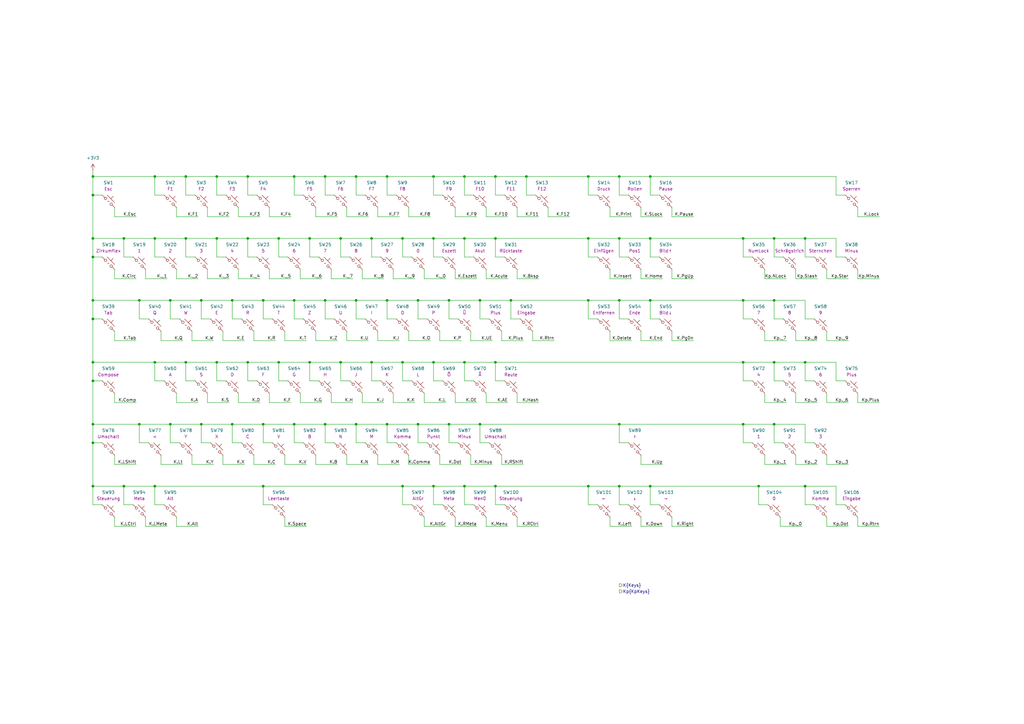
<source format=kicad_sch>
(kicad_sch (version 20250114) (generator "eeschema") (generator_version "9.0")
  (paper "A3")
  (bus_alias "Keys" (members "A" "AE" "Acute" "Alt" "AltGr" "B" "Bksp" "C" "Circ" "Comma" "Comp" "D" "Delete" "Dot" "Down" "E" "End" "Esc" "Eszett" "F" "F1" "F10" "F11" "F12" "F2" "F3" "F4" "F5" "F6" "F7" "F8" "F9" "G" "H" "Hash" "Home" "I" "Insert" "J" "K" "L" "LCtrl" "LMeta" "LShift" "Left" "Lock" "Lt" "M" "Menu" "Minus" "N" "O" "OE" "P" "Pause" "PgDn" "PgUp" "Plus" "Print" "Q" "R" "RCtrl" "RMeta" "RShift" "Right" "Rtrn" "S" "SLock" "Space" "T" "Tab" "U" "UE" "Up" "V" "W" "X" "Y" "Z" "_0" "_1" "_2" "_3" "_4" "_5" "_6" "_7" "_8" "_9"))
  (bus_alias "KpKeys" (members "Dot" "Minus" "NLock" "Plus" "Rtrn" "Slash" "Star" "_0" "_1" "_2" "_3" "_4" "_5" "_6" "_7" "_8" "_9"))
  (junction (at 38.1 156.21))
  (junction (at 184.15 173.99))
  (junction (at 82.55 123.19))
  (junction (at 266.7 123.19))
  (junction (at 139.7 148.59))
  (junction (at 127 97.79))
  (junction (at 38.1 181.61))
  (junction (at 63.5 148.59))
  (junction (at 158.75 72.39))
  (junction (at 152.4 97.79))
  (junction (at 190.5 199.39))
  (junction (at 95.25 123.19))
  (junction (at 304.8 148.59))
  (junction (at 330.2 148.59))
  (junction (at 241.3 97.79))
  (junction (at 266.7 199.39))
  (junction (at 165.1 148.59))
  (junction (at 304.8 173.99))
  (junction (at 304.8 123.19))
  (junction (at 203.2 199.39))
  (junction (at 133.35 123.19))
  (junction (at 317.5 173.99))
  (junction (at 146.05 72.39))
  (junction (at 177.8 148.59))
  (junction (at 209.55 123.19))
  (junction (at 330.2 97.79))
  (junction (at 69.85 123.19))
  (junction (at 304.8 97.79))
  (junction (at 196.85 173.99))
  (junction (at 158.75 123.19))
  (junction (at 317.5 97.79))
  (junction (at 114.3 148.59))
  (junction (at 311.15 199.39))
  (junction (at 88.9 148.59))
  (junction (at 171.45 173.99))
  (junction (at 171.45 123.19))
  (junction (at 254 97.79))
  (junction (at 120.65 173.99))
  (junction (at 50.8 97.79))
  (junction (at 133.35 173.99))
  (junction (at 190.5 148.59))
  (junction (at 127 148.59))
  (junction (at 38.1 199.39))
  (junction (at 330.2 199.39))
  (junction (at 196.85 123.19))
  (junction (at 76.2 72.39))
  (junction (at 241.3 72.39))
  (junction (at 317.5 148.59))
  (junction (at 63.5 97.79))
  (junction (at 152.4 148.59))
  (junction (at 317.5 123.19))
  (junction (at 101.6 148.59))
  (junction (at 190.5 72.39))
  (junction (at 101.6 72.39))
  (junction (at 120.65 123.19))
  (junction (at 215.9 72.39))
  (junction (at 63.5 199.39))
  (junction (at 114.3 97.79))
  (junction (at 177.8 199.39))
  (junction (at 38.1 148.59))
  (junction (at 38.1 105.41))
  (junction (at 190.5 97.79))
  (junction (at 254 173.99))
  (junction (at 241.3 199.39))
  (junction (at 38.1 173.99))
  (junction (at 266.7 97.79))
  (junction (at 57.15 123.19))
  (junction (at 95.25 173.99))
  (junction (at 254 72.39))
  (junction (at 38.1 72.39))
  (junction (at 38.1 80.01))
  (junction (at 165.1 97.79))
  (junction (at 165.1 199.39))
  (junction (at 203.2 148.59))
  (junction (at 107.95 173.99))
  (junction (at 158.75 173.99))
  (junction (at 184.15 123.19))
  (junction (at 50.8 199.39))
  (junction (at 69.85 173.99))
  (junction (at 38.1 97.79))
  (junction (at 177.8 97.79))
  (junction (at 177.8 72.39))
  (junction (at 241.3 123.19))
  (junction (at 38.1 123.19))
  (junction (at 76.2 148.59))
  (junction (at 120.65 72.39))
  (junction (at 82.55 173.99))
  (junction (at 133.35 72.39))
  (junction (at 38.1 130.81))
  (junction (at 107.95 199.39))
  (junction (at 139.7 97.79))
  (junction (at 203.2 97.79))
  (junction (at 88.9 97.79))
  (junction (at 76.2 97.79))
  (junction (at 57.15 173.99))
  (junction (at 254 199.39))
  (junction (at 88.9 72.39))
  (junction (at 146.05 173.99))
  (junction (at 146.05 123.19))
  (junction (at 63.5 72.39))
  (junction (at 101.6 97.79))
  (junction (at 203.2 72.39))
  (junction (at 254 123.19))
  (junction (at 107.95 123.19))
  (junction (at 266.7 72.39))
  (wire (pts (xy 186.69 114.3) (xy 195.58 114.3)))
  (wire (pts (xy 171.45 123.19) (xy 184.15 123.19)))
  (wire (pts (xy 250.19 135.89) (xy 250.19 139.7)))
  (wire (pts (xy 120.65 173.99) (xy 120.65 181.61)))
  (wire (pts (xy 317.5 123.19) (xy 317.5 130.81)))
  (wire (pts (xy 38.1 173.99) (xy 38.1 181.61)))
  (wire (pts (xy 187.96 181.61) (xy 184.15 181.61)))
  (wire (pts (xy 275.59 139.7) (xy 284.48 139.7)))
  (wire (pts (xy 57.15 123.19) (xy 57.15 130.81)))
  (wire (pts (xy 167.64 135.89) (xy 167.64 139.7)))
  (wire (pts (xy 241.3 97.79) (xy 241.3 105.41)))
  (wire (pts (xy 308.61 156.21) (xy 304.8 156.21)))
  (wire (pts (xy 133.35 72.39) (xy 146.05 72.39)))
  (wire (pts (xy 86.36 130.81) (xy 82.55 130.81)))
  (wire (pts (xy 334.01 130.81) (xy 330.2 130.81)))
  (wire (pts (xy 190.5 97.79) (xy 190.5 105.41)))
  (wire (pts (xy 92.71 105.41) (xy 88.9 105.41)))
  (wire (pts (xy 154.94 85.09) (xy 154.94 88.9)))
  (wire (pts (xy 101.6 72.39) (xy 101.6 80.01)))
  (wire (pts (xy 167.64 139.7) (xy 176.53 139.7)))
  (wire (pts (xy 171.45 173.99) (xy 171.45 181.61)))
  (wire (pts (xy 317.5 97.79) (xy 317.5 105.41)))
  (wire (pts (xy 88.9 72.39) (xy 88.9 80.01)))
  (wire (pts (xy 57.15 123.19) (xy 69.85 123.19)))
  (wire (pts (xy 99.06 181.61) (xy 95.25 181.61)))
  (wire (pts (xy 156.21 156.21) (xy 152.4 156.21)))
  (wire (pts (xy 46.99 88.9) (xy 55.88 88.9)))
  (wire (pts (xy 38.1 80.01) (xy 38.1 97.79)))
  (wire (pts (xy 72.39 212.09) (xy 72.39 215.9)))
  (wire (pts (xy 158.75 123.19) (xy 158.75 130.81)))
  (wire (pts (xy 88.9 97.79) (xy 88.9 105.41)))
  (wire (pts (xy 38.1 199.39) (xy 38.1 207.01)))
  (wire (pts (xy 339.09 139.7) (xy 347.98 139.7)))
  (wire (pts (xy 199.39 161.29) (xy 199.39 165.1)))
  (wire (pts (xy 313.69 190.5) (xy 322.58 190.5)))
  (wire (pts (xy 254 72.39) (xy 254 80.01)))
  (wire (pts (xy 250.19 114.3) (xy 259.08 114.3)))
  (wire (pts (xy 111.76 207.01) (xy 107.95 207.01)))
  (wire (pts (xy 120.65 123.19) (xy 133.35 123.19)))
  (wire (pts (xy 168.91 105.41) (xy 165.1 105.41)))
  (wire (pts (xy 50.8 97.79) (xy 50.8 105.41)))
  (wire (pts (xy 38.1 123.19) (xy 57.15 123.19)))
  (wire (pts (xy 130.81 105.41) (xy 127 105.41)))
  (wire (pts (xy 346.71 156.21) (xy 342.9 156.21)))
  (wire (pts (xy 339.09 110.49) (xy 339.09 114.3)))
  (wire (pts (xy 321.31 105.41) (xy 317.5 105.41)))
  (wire (pts (xy 110.49 114.3) (xy 119.38 114.3)))
  (wire (pts (xy 46.99 165.1) (xy 55.88 165.1)))
  (wire (pts (xy 199.39 110.49) (xy 199.39 114.3)))
  (wire (pts (xy 110.49 165.1) (xy 119.38 165.1)))
  (wire (pts (xy 158.75 123.19) (xy 171.45 123.19)))
  (wire (pts (xy 257.81 105.41) (xy 254 105.41)))
  (wire (pts (xy 46.99 215.9) (xy 55.88 215.9)))
  (wire (pts (xy 162.56 80.01) (xy 158.75 80.01)))
  (wire (pts (xy 262.89 212.09) (xy 262.89 215.9)))
  (wire (pts (xy 262.89 139.7) (xy 271.78 139.7)))
  (wire (pts (xy 85.09 110.49) (xy 85.09 114.3)))
  (wire (pts (xy 262.89 215.9) (xy 271.78 215.9)))
  (wire (pts (xy 107.95 199.39) (xy 165.1 199.39)))
  (wire (pts (xy 148.59 165.1) (xy 157.48 165.1)))
  (wire (pts (xy 152.4 97.79) (xy 152.4 105.41)))
  (wire (pts (xy 161.29 110.49) (xy 161.29 114.3)))
  (wire (pts (xy 154.94 135.89) (xy 154.94 139.7)))
  (wire (pts (xy 91.44 190.5) (xy 100.33 190.5)))
  (wire (pts (xy 114.3 97.79) (xy 127 97.79)))
  (wire (pts (xy 142.24 135.89) (xy 142.24 139.7)))
  (wire (pts (xy 78.74 190.5) (xy 87.63 190.5)))
  (wire (pts (xy 205.74 139.7) (xy 214.63 139.7)))
  (wire (pts (xy 146.05 72.39) (xy 158.75 72.39)))
  (wire (pts (xy 186.69 161.29) (xy 186.69 165.1)))
  (wire (pts (xy 177.8 199.39) (xy 177.8 207.01)))
  (wire (pts (xy 127 97.79) (xy 127 105.41)))
  (wire (pts (xy 127 97.79) (xy 139.7 97.79)))
  (wire (pts (xy 215.9 72.39) (xy 241.3 72.39)))
  (wire (pts (xy 66.04 186.69) (xy 66.04 190.5)))
  (wire (pts (xy 129.54 139.7) (xy 138.43 139.7)))
  (wire (pts (xy 105.41 80.01) (xy 101.6 80.01)))
  (wire (pts (xy 165.1 199.39) (xy 177.8 199.39)))
  (wire (pts (xy 351.79 85.09) (xy 351.79 88.9)))
  (wire (pts (xy 73.66 181.61) (xy 69.85 181.61)))
  (wire (pts (xy 266.7 97.79) (xy 304.8 97.79)))
  (wire (pts (xy 275.59 88.9) (xy 284.48 88.9)))
  (wire (pts (xy 326.39 190.5) (xy 335.28 190.5)))
  (wire (pts (xy 330.2 199.39) (xy 342.9 199.39)))
  (wire (pts (xy 54.61 105.41) (xy 50.8 105.41)))
  (wire (pts (xy 326.39 139.7) (xy 335.28 139.7)))
  (wire (pts (xy 173.99 165.1) (xy 182.88 165.1)))
  (wire (pts (xy 177.8 97.79) (xy 190.5 97.79)))
  (wire (pts (xy 193.04 190.5) (xy 201.93 190.5)))
  (wire (pts (xy 203.2 97.79) (xy 203.2 105.41)))
  (wire (pts (xy 334.01 105.41) (xy 330.2 105.41)))
  (wire (pts (xy 212.09 110.49) (xy 212.09 114.3)))
  (wire (pts (xy 165.1 148.59) (xy 165.1 156.21)))
  (wire (pts (xy 152.4 148.59) (xy 165.1 148.59)))
  (wire (pts (xy 190.5 148.59) (xy 190.5 156.21)))
  (wire (pts (xy 245.11 130.81) (xy 241.3 130.81)))
  (wire (pts (xy 339.09 161.29) (xy 339.09 165.1)))
  (wire (pts (xy 339.09 215.9) (xy 347.98 215.9)))
  (wire (pts (xy 250.19 110.49) (xy 250.19 114.3)))
  (wire (pts (xy 241.3 123.19) (xy 241.3 130.81)))
  (wire (pts (xy 142.24 88.9) (xy 151.13 88.9)))
  (wire (pts (xy 205.74 135.89) (xy 205.74 139.7)))
  (wire (pts (xy 241.3 123.19) (xy 254 123.19)))
  (wire (pts (xy 250.19 85.09) (xy 250.19 88.9)))
  (wire (pts (xy 73.66 130.81) (xy 69.85 130.81)))
  (wire (pts (xy 326.39 114.3) (xy 335.28 114.3)))
  (wire (pts (xy 218.44 135.89) (xy 218.44 139.7)))
  (wire (pts (xy 266.7 72.39) (xy 266.7 80.01)))
  (wire (pts (xy 199.39 114.3) (xy 208.28 114.3)))
  (wire (pts (xy 148.59 161.29) (xy 148.59 165.1)))
  (wire (pts (xy 95.25 173.99) (xy 95.25 181.61)))
  (wire (pts (xy 199.39 85.09) (xy 199.39 88.9)))
  (wire (pts (xy 257.81 181.61) (xy 254 181.61)))
  (wire (pts (xy 101.6 97.79) (xy 101.6 105.41)))
  (wire (pts (xy 203.2 97.79) (xy 241.3 97.79)))
  (wire (pts (xy 139.7 148.59) (xy 152.4 148.59)))
  (wire (pts (xy 66.04 190.5) (xy 74.93 190.5)))
  (wire (pts (xy 212.09 215.9) (xy 220.98 215.9)))
  (wire (pts (xy 66.04 139.7) (xy 74.93 139.7)))
  (wire (pts (xy 149.86 80.01) (xy 146.05 80.01)))
  (wire (pts (xy 124.46 181.61) (xy 120.65 181.61)))
  (wire (pts (xy 107.95 173.99) (xy 120.65 173.99)))
  (wire (pts (xy 177.8 199.39) (xy 190.5 199.39)))
  (wire (pts (xy 72.39 114.3) (xy 81.28 114.3)))
  (wire (pts (xy 161.29 165.1) (xy 170.18 165.1)))
  (wire (pts (xy 168.91 156.21) (xy 165.1 156.21)))
  (wire (pts (xy 173.99 161.29) (xy 173.99 165.1)))
  (wire (pts (xy 339.09 186.69) (xy 339.09 190.5)))
  (wire (pts (xy 351.79 110.49) (xy 351.79 114.3)))
  (wire (pts (xy 262.89 114.3) (xy 271.78 114.3)))
  (wire (pts (xy 59.69 114.3) (xy 68.58 114.3)))
  (wire (pts (xy 135.89 161.29) (xy 135.89 165.1)))
  (wire (pts (xy 184.15 123.19) (xy 196.85 123.19)))
  (wire (pts (xy 46.99 186.69) (xy 46.99 190.5)))
  (wire (pts (xy 342.9 97.79) (xy 342.9 105.41)))
  (wire (pts (xy 162.56 181.61) (xy 158.75 181.61)))
  (wire (pts (xy 193.04 135.89) (xy 193.04 139.7)))
  (wire (pts (xy 184.15 173.99) (xy 196.85 173.99)))
  (wire (pts (xy 80.01 80.01) (xy 76.2 80.01)))
  (wire (pts (xy 266.7 123.19) (xy 266.7 130.81)))
  (wire (pts (xy 63.5 148.59) (xy 63.5 156.21)))
  (wire (pts (xy 85.09 165.1) (xy 93.98 165.1)))
  (wire (pts (xy 154.94 190.5) (xy 163.83 190.5)))
  (wire (pts (xy 342.9 148.59) (xy 342.9 156.21)))
  (wire (pts (xy 137.16 80.01) (xy 133.35 80.01)))
  (wire (pts (xy 129.54 88.9) (xy 138.43 88.9)))
  (wire (pts (xy 314.96 207.01) (xy 311.15 207.01)))
  (wire (pts (xy 158.75 72.39) (xy 158.75 80.01)))
  (wire (pts (xy 250.19 139.7) (xy 259.08 139.7)))
  (wire (pts (xy 186.69 212.09) (xy 186.69 215.9)))
  (wire (pts (xy 203.2 199.39) (xy 203.2 207.01)))
  (wire (pts (xy 199.39 88.9) (xy 208.28 88.9)))
  (wire (pts (xy 334.01 207.01) (xy 330.2 207.01)))
  (wire (pts (xy 143.51 105.41) (xy 139.7 105.41)))
  (wire (pts (xy 127 148.59) (xy 127 156.21)))
  (wire (pts (xy 250.19 212.09) (xy 250.19 215.9)))
  (wire (pts (xy 177.8 72.39) (xy 190.5 72.39)))
  (wire (pts (xy 330.2 148.59) (xy 330.2 156.21)))
  (wire (pts (xy 67.31 156.21) (xy 63.5 156.21)))
  (wire (pts (xy 146.05 123.19) (xy 146.05 130.81)))
  (wire (pts (xy 313.69 161.29) (xy 313.69 165.1)))
  (wire (pts (xy 105.41 105.41) (xy 101.6 105.41)))
  (wire (pts (xy 266.7 97.79) (xy 266.7 105.41)))
  (wire (pts (xy 275.59 215.9) (xy 284.48 215.9)))
  (wire (pts (xy 330.2 148.59) (xy 342.9 148.59)))
  (wire (pts (xy 326.39 161.29) (xy 326.39 165.1)))
  (wire (pts (xy 38.1 72.39) (xy 63.5 72.39)))
  (wire (pts (xy 41.91 156.21) (xy 38.1 156.21)))
  (wire (pts (xy 146.05 72.39) (xy 146.05 80.01)))
  (wire (pts (xy 129.54 135.89) (xy 129.54 139.7)))
  (wire (pts (xy 171.45 173.99) (xy 184.15 173.99)))
  (wire (pts (xy 57.15 173.99) (xy 69.85 173.99)))
  (wire (pts (xy 257.81 130.81) (xy 254 130.81)))
  (wire (pts (xy 186.69 85.09) (xy 186.69 88.9)))
  (wire (pts (xy 330.2 173.99) (xy 330.2 181.61)))
  (wire (pts (xy 123.19 114.3) (xy 132.08 114.3)))
  (wire (pts (xy 162.56 130.81) (xy 158.75 130.81)))
  (wire (pts (xy 146.05 123.19) (xy 158.75 123.19)))
  (wire (pts (xy 158.75 173.99) (xy 171.45 173.99)))
  (wire (pts (xy 91.44 139.7) (xy 100.33 139.7)))
  (wire (pts (xy 173.99 110.49) (xy 173.99 114.3)))
  (wire (pts (xy 308.61 130.81) (xy 304.8 130.81)))
  (wire (pts (xy 95.25 123.19) (xy 107.95 123.19)))
  (wire (pts (xy 97.79 88.9) (xy 106.68 88.9)))
  (wire (pts (xy 275.59 110.49) (xy 275.59 114.3)))
  (wire (pts (xy 57.15 173.99) (xy 57.15 181.61)))
  (wire (pts (xy 339.09 135.89) (xy 339.09 139.7)))
  (wire (pts (xy 86.36 181.61) (xy 82.55 181.61)))
  (wire (pts (xy 317.5 173.99) (xy 317.5 181.61)))
  (wire (pts (xy 82.55 123.19) (xy 95.25 123.19)))
  (wire (pts (xy 146.05 173.99) (xy 146.05 181.61)))
  (wire (pts (xy 254 97.79) (xy 254 105.41)))
  (wire (pts (xy 167.64 186.69) (xy 167.64 190.5)))
  (wire (pts (xy 266.7 72.39) (xy 342.9 72.39)))
  (wire (pts (xy 270.51 130.81) (xy 266.7 130.81)))
  (wire (pts (xy 123.19 161.29) (xy 123.19 165.1)))
  (wire (pts (xy 154.94 186.69) (xy 154.94 190.5)))
  (wire (pts (xy 194.31 156.21) (xy 190.5 156.21)))
  (wire (pts (xy 91.44 186.69) (xy 91.44 190.5)))
  (wire (pts (xy 339.09 212.09) (xy 339.09 215.9)))
  (wire (pts (xy 199.39 165.1) (xy 208.28 165.1)))
  (wire (pts (xy 194.31 105.41) (xy 190.5 105.41)))
  (wire (pts (xy 254 123.19) (xy 266.7 123.19)))
  (wire (pts (xy 275.59 85.09) (xy 275.59 88.9)))
  (wire (pts (xy 317.5 123.19) (xy 330.2 123.19)))
  (wire (pts (xy 116.84 212.09) (xy 116.84 215.9)))
  (wire (pts (xy 38.1 156.21) (xy 38.1 173.99)))
  (wire (pts (xy 180.34 190.5) (xy 189.23 190.5)))
  (wire (pts (xy 219.71 80.01) (xy 215.9 80.01)))
  (wire (pts (xy 161.29 114.3) (xy 170.18 114.3)))
  (wire (pts (xy 181.61 80.01) (xy 177.8 80.01)))
  (wire (pts (xy 205.74 190.5) (xy 214.63 190.5)))
  (wire (pts (xy 177.8 72.39) (xy 177.8 80.01)))
  (wire (pts (xy 67.31 80.01) (xy 63.5 80.01)))
  (wire (pts (xy 63.5 199.39) (xy 107.95 199.39)))
  (wire (pts (xy 203.2 148.59) (xy 203.2 156.21)))
  (wire (pts (xy 254 97.79) (xy 266.7 97.79)))
  (wire (pts (xy 257.81 207.01) (xy 254 207.01)))
  (wire (pts (xy 351.79 161.29) (xy 351.79 165.1)))
  (wire (pts (xy 76.2 97.79) (xy 76.2 105.41)))
  (wire (pts (xy 41.91 105.41) (xy 38.1 105.41)))
  (wire (pts (xy 270.51 80.01) (xy 266.7 80.01)))
  (wire (pts (xy 111.76 130.81) (xy 107.95 130.81)))
  (wire (pts (xy 63.5 72.39) (xy 76.2 72.39)))
  (wire (pts (xy 313.69 165.1) (xy 322.58 165.1)))
  (wire (pts (xy 304.8 173.99) (xy 304.8 181.61)))
  (wire (pts (xy 72.39 215.9) (xy 81.28 215.9)))
  (wire (pts (xy 107.95 199.39) (xy 107.95 207.01)))
  (wire (pts (xy 154.94 88.9) (xy 163.83 88.9)))
  (wire (pts (xy 38.1 130.81) (xy 38.1 148.59)))
  (wire (pts (xy 38.1 105.41) (xy 38.1 123.19)))
  (wire (pts (xy 262.89 186.69) (xy 262.89 190.5)))
  (wire (pts (xy 207.01 105.41) (xy 203.2 105.41)))
  (wire (pts (xy 304.8 148.59) (xy 304.8 156.21)))
  (wire (pts (xy 133.35 173.99) (xy 146.05 173.99)))
  (wire (pts (xy 38.1 97.79) (xy 50.8 97.79)))
  (wire (pts (xy 193.04 139.7) (xy 201.93 139.7)))
  (wire (pts (xy 241.3 97.79) (xy 254 97.79)))
  (wire (pts (xy 190.5 148.59) (xy 203.2 148.59)))
  (wire (pts (xy 104.14 186.69) (xy 104.14 190.5)))
  (wire (pts (xy 78.74 186.69) (xy 78.74 190.5)))
  (wire (pts (xy 95.25 123.19) (xy 95.25 130.81)))
  (wire (pts (xy 82.55 173.99) (xy 82.55 181.61)))
  (wire (pts (xy 59.69 215.9) (xy 68.58 215.9)))
  (wire (pts (xy 92.71 80.01) (xy 88.9 80.01)))
  (wire (pts (xy 181.61 156.21) (xy 177.8 156.21)))
  (wire (pts (xy 313.69 186.69) (xy 313.69 190.5)))
  (wire (pts (xy 135.89 114.3) (xy 144.78 114.3)))
  (wire (pts (xy 330.2 97.79) (xy 330.2 105.41)))
  (wire (pts (xy 133.35 173.99) (xy 133.35 181.61)))
  (wire (pts (xy 78.74 139.7) (xy 87.63 139.7)))
  (wire (pts (xy 224.79 88.9) (xy 233.68 88.9)))
  (wire (pts (xy 110.49 85.09) (xy 110.49 88.9)))
  (wire (pts (xy 46.99 212.09) (xy 46.99 215.9)))
  (wire (pts (xy 80.01 105.41) (xy 76.2 105.41)))
  (wire (pts (xy 99.06 130.81) (xy 95.25 130.81)))
  (wire (pts (xy 317.5 148.59) (xy 330.2 148.59)))
  (wire (pts (xy 143.51 156.21) (xy 139.7 156.21)))
  (wire (pts (xy 46.99 114.3) (xy 55.88 114.3)))
  (wire (pts (xy 116.84 190.5) (xy 125.73 190.5)))
  (wire (pts (xy 346.71 207.01) (xy 342.9 207.01)))
  (wire (pts (xy 66.04 135.89) (xy 66.04 139.7)))
  (wire (pts (xy 351.79 114.3) (xy 360.68 114.3)))
  (wire (pts (xy 85.09 88.9) (xy 93.98 88.9)))
  (wire (pts (xy 97.79 165.1) (xy 106.68 165.1)))
  (wire (pts (xy 137.16 181.61) (xy 133.35 181.61)))
  (wire (pts (xy 95.25 173.99) (xy 107.95 173.99)))
  (wire (pts (xy 171.45 123.19) (xy 171.45 130.81)))
  (wire (pts (xy 334.01 156.21) (xy 330.2 156.21)))
  (wire (pts (xy 193.04 186.69) (xy 193.04 190.5)))
  (wire (pts (xy 186.69 165.1) (xy 195.58 165.1)))
  (wire (pts (xy 346.71 105.41) (xy 342.9 105.41)))
  (wire (pts (xy 304.8 97.79) (xy 317.5 97.79)))
  (wire (pts (xy 82.55 173.99) (xy 95.25 173.99)))
  (wire (pts (xy 72.39 85.09) (xy 72.39 88.9)))
  (wire (pts (xy 266.7 199.39) (xy 311.15 199.39)))
  (wire (pts (xy 88.9 148.59) (xy 88.9 156.21)))
  (wire (pts (xy 339.09 165.1) (xy 347.98 165.1)))
  (wire (pts (xy 199.39 212.09) (xy 199.39 215.9)))
  (wire (pts (xy 203.2 72.39) (xy 215.9 72.39)))
  (wire (pts (xy 317.5 173.99) (xy 330.2 173.99)))
  (wire (pts (xy 175.26 130.81) (xy 171.45 130.81)))
  (wire (pts (xy 250.19 88.9) (xy 259.08 88.9)))
  (wire (pts (xy 313.69 135.89) (xy 313.69 139.7)))
  (wire (pts (xy 130.81 156.21) (xy 127 156.21)))
  (wire (pts (xy 38.1 123.19) (xy 38.1 130.81)))
  (wire (pts (xy 351.79 212.09) (xy 351.79 215.9)))
  (wire (pts (xy 72.39 165.1) (xy 81.28 165.1)))
  (wire (pts (xy 262.89 135.89) (xy 262.89 139.7)))
  (wire (pts (xy 254 173.99) (xy 304.8 173.99)))
  (wire (pts (xy 63.5 97.79) (xy 63.5 105.41)))
  (wire (pts (xy 186.69 88.9) (xy 195.58 88.9)))
  (wire (pts (xy 116.84 135.89) (xy 116.84 139.7)))
  (wire (pts (xy 152.4 148.59) (xy 152.4 156.21)))
  (wire (pts (xy 321.31 130.81) (xy 317.5 130.81)))
  (wire (pts (xy 46.99 85.09) (xy 46.99 88.9)))
  (wire (pts (xy 158.75 173.99) (xy 158.75 181.61)))
  (wire (pts (xy 167.64 190.5) (xy 176.53 190.5)))
  (wire (pts (xy 212.09 212.09) (xy 212.09 215.9)))
  (wire (pts (xy 69.85 173.99) (xy 82.55 173.99)))
  (wire (pts (xy 59.69 212.09) (xy 59.69 215.9)))
  (wire (pts (xy 275.59 135.89) (xy 275.59 139.7)))
  (wire (pts (xy 165.1 199.39) (xy 165.1 207.01)))
  (wire (pts (xy 254 72.39) (xy 266.7 72.39)))
  (wire (pts (xy 120.65 123.19) (xy 120.65 130.81)))
  (wire (pts (xy 63.5 199.39) (xy 63.5 207.01)))
  (wire (pts (xy 110.49 161.29) (xy 110.49 165.1)))
  (wire (pts (xy 311.15 199.39) (xy 311.15 207.01)))
  (wire (pts (xy 245.11 80.01) (xy 241.3 80.01)))
  (wire (pts (xy 101.6 148.59) (xy 101.6 156.21)))
  (wire (pts (xy 203.2 72.39) (xy 203.2 80.01)))
  (wire (pts (xy 254 123.19) (xy 254 130.81)))
  (wire (pts (xy 72.39 88.9) (xy 81.28 88.9)))
  (wire (pts (xy 317.5 97.79) (xy 330.2 97.79)))
  (wire (pts (xy 76.2 148.59) (xy 88.9 148.59)))
  (wire (pts (xy 63.5 148.59) (xy 76.2 148.59)))
  (wire (pts (xy 41.91 130.81) (xy 38.1 130.81)))
  (wire (pts (xy 339.09 114.3) (xy 347.98 114.3)))
  (wire (pts (xy 38.1 97.79) (xy 38.1 105.41)))
  (wire (pts (xy 165.1 97.79) (xy 165.1 105.41)))
  (wire (pts (xy 194.31 207.01) (xy 190.5 207.01)))
  (wire (pts (xy 184.15 123.19) (xy 184.15 130.81)))
  (wire (pts (xy 88.9 148.59) (xy 101.6 148.59)))
  (wire (pts (xy 266.7 123.19) (xy 304.8 123.19)))
  (wire (pts (xy 190.5 97.79) (xy 203.2 97.79)))
  (wire (pts (xy 158.75 72.39) (xy 177.8 72.39)))
  (wire (pts (xy 156.21 105.41) (xy 152.4 105.41)))
  (wire (pts (xy 320.04 212.09) (xy 320.04 215.9)))
  (wire (pts (xy 313.69 139.7) (xy 322.58 139.7)))
  (wire (pts (xy 275.59 114.3) (xy 284.48 114.3)))
  (wire (pts (xy 116.84 215.9) (xy 125.73 215.9)))
  (wire (pts (xy 101.6 148.59) (xy 114.3 148.59)))
  (wire (pts (xy 91.44 135.89) (xy 91.44 139.7)))
  (wire (pts (xy 209.55 123.19) (xy 209.55 130.81)))
  (wire (pts (xy 241.3 72.39) (xy 241.3 80.01)))
  (wire (pts (xy 69.85 173.99) (xy 69.85 181.61)))
  (wire (pts (xy 97.79 85.09) (xy 97.79 88.9)))
  (wire (pts (xy 173.99 114.3) (xy 182.88 114.3)))
  (wire (pts (xy 196.85 123.19) (xy 196.85 130.81)))
  (wire (pts (xy 38.1 72.39) (xy 38.1 80.01)))
  (wire (pts (xy 212.09 165.1) (xy 220.98 165.1)))
  (wire (pts (xy 149.86 130.81) (xy 146.05 130.81)))
  (wire (pts (xy 105.41 156.21) (xy 101.6 156.21)))
  (wire (pts (xy 180.34 139.7) (xy 189.23 139.7)))
  (wire (pts (xy 63.5 97.79) (xy 76.2 97.79)))
  (wire (pts (xy 262.89 110.49) (xy 262.89 114.3)))
  (wire (pts (xy 224.79 85.09) (xy 224.79 88.9)))
  (wire (pts (xy 190.5 199.39) (xy 203.2 199.39)))
  (wire (pts (xy 149.86 181.61) (xy 146.05 181.61)))
  (wire (pts (xy 46.99 161.29) (xy 46.99 165.1)))
  (wire (pts (xy 245.11 207.01) (xy 241.3 207.01)))
  (wire (pts (xy 148.59 110.49) (xy 148.59 114.3)))
  (wire (pts (xy 137.16 130.81) (xy 133.35 130.81)))
  (wire (pts (xy 76.2 72.39) (xy 76.2 80.01)))
  (wire (pts (xy 104.14 135.89) (xy 104.14 139.7)))
  (wire (pts (xy 111.76 181.61) (xy 107.95 181.61)))
  (wire (pts (xy 123.19 165.1) (xy 132.08 165.1)))
  (wire (pts (xy 330.2 97.79) (xy 342.9 97.79)))
  (wire (pts (xy 118.11 156.21) (xy 114.3 156.21)))
  (wire (pts (xy 123.19 110.49) (xy 123.19 114.3)))
  (wire (pts (xy 97.79 161.29) (xy 97.79 165.1)))
  (wire (pts (xy 177.8 148.59) (xy 177.8 156.21)))
  (wire (pts (xy 200.66 181.61) (xy 196.85 181.61)))
  (wire (pts (xy 326.39 135.89) (xy 326.39 139.7)))
  (wire (pts (xy 50.8 199.39) (xy 63.5 199.39)))
  (wire (pts (xy 351.79 165.1) (xy 360.68 165.1)))
  (wire (pts (xy 104.14 190.5) (xy 113.03 190.5)))
  (wire (pts (xy 326.39 110.49) (xy 326.39 114.3)))
  (wire (pts (xy 168.91 207.01) (xy 165.1 207.01)))
  (wire (pts (xy 69.85 123.19) (xy 69.85 130.81)))
  (wire (pts (xy 116.84 186.69) (xy 116.84 190.5)))
  (wire (pts (xy 110.49 110.49) (xy 110.49 114.3)))
  (wire (pts (xy 124.46 130.81) (xy 120.65 130.81)))
  (wire (pts (xy 124.46 80.01) (xy 120.65 80.01)))
  (wire (pts (xy 203.2 199.39) (xy 241.3 199.39)))
  (wire (pts (xy 60.96 130.81) (xy 57.15 130.81)))
  (wire (pts (xy 38.1 173.99) (xy 57.15 173.99)))
  (wire (pts (xy 200.66 130.81) (xy 196.85 130.81)))
  (wire (pts (xy 154.94 139.7) (xy 163.83 139.7)))
  (wire (pts (xy 135.89 165.1) (xy 144.78 165.1)))
  (wire (pts (xy 129.54 186.69) (xy 129.54 190.5)))
  (wire (pts (xy 116.84 139.7) (xy 125.73 139.7)))
  (wire (pts (xy 207.01 207.01) (xy 203.2 207.01)))
  (wire (pts (xy 241.3 72.39) (xy 254 72.39)))
  (wire (pts (xy 213.36 130.81) (xy 209.55 130.81)))
  (wire (pts (xy 346.71 80.01) (xy 342.9 80.01)))
  (wire (pts (xy 76.2 97.79) (xy 88.9 97.79)))
  (wire (pts (xy 50.8 199.39) (xy 50.8 207.01)))
  (wire (pts (xy 262.89 85.09) (xy 262.89 88.9)))
  (wire (pts (xy 304.8 97.79) (xy 304.8 105.41)))
  (wire (pts (xy 180.34 135.89) (xy 180.34 139.7)))
  (wire (pts (xy 173.99 215.9) (xy 182.88 215.9)))
  (wire (pts (xy 311.15 199.39) (xy 330.2 199.39)))
  (wire (pts (xy 330.2 123.19) (xy 330.2 130.81)))
  (wire (pts (xy 41.91 80.01) (xy 38.1 80.01)))
  (wire (pts (xy 69.85 123.19) (xy 82.55 123.19)))
  (wire (pts (xy 165.1 97.79) (xy 177.8 97.79)))
  (wire (pts (xy 38.1 148.59) (xy 38.1 156.21)))
  (wire (pts (xy 207.01 156.21) (xy 203.2 156.21)))
  (wire (pts (xy 133.35 123.19) (xy 146.05 123.19)))
  (wire (pts (xy 110.49 88.9) (xy 119.38 88.9)))
  (wire (pts (xy 76.2 72.39) (xy 88.9 72.39)))
  (wire (pts (xy 80.01 156.21) (xy 76.2 156.21)))
  (wire (pts (xy 330.2 199.39) (xy 330.2 207.01)))
  (wire (pts (xy 114.3 148.59) (xy 127 148.59)))
  (wire (pts (xy 97.79 114.3) (xy 106.68 114.3)))
  (wire (pts (xy 146.05 173.99) (xy 158.75 173.99)))
  (wire (pts (xy 133.35 72.39) (xy 133.35 80.01)))
  (wire (pts (xy 342.9 199.39) (xy 342.9 207.01)))
  (wire (pts (xy 101.6 97.79) (xy 114.3 97.79)))
  (wire (pts (xy 241.3 199.39) (xy 241.3 207.01)))
  (wire (pts (xy 82.55 123.19) (xy 82.55 130.81)))
  (wire (pts (xy 321.31 181.61) (xy 317.5 181.61)))
  (wire (pts (xy 209.55 123.19) (xy 241.3 123.19)))
  (wire (pts (xy 181.61 105.41) (xy 177.8 105.41)))
  (wire (pts (xy 180.34 186.69) (xy 180.34 190.5)))
  (wire (pts (xy 85.09 85.09) (xy 85.09 88.9)))
  (wire (pts (xy 85.09 114.3) (xy 93.98 114.3)))
  (wire (pts (xy 46.99 139.7) (xy 55.88 139.7)))
  (wire (pts (xy 270.51 105.41) (xy 266.7 105.41)))
  (wire (pts (xy 72.39 161.29) (xy 72.39 165.1)))
  (wire (pts (xy 351.79 215.9) (xy 360.68 215.9)))
  (wire (pts (xy 46.99 190.5) (xy 55.88 190.5)))
  (wire (pts (xy 101.6 72.39) (xy 120.65 72.39)))
  (wire (pts (xy 173.99 212.09) (xy 173.99 215.9)))
  (wire (pts (xy 275.59 212.09) (xy 275.59 215.9)))
  (wire (pts (xy 205.74 186.69) (xy 205.74 190.5)))
  (wire (pts (xy 97.79 110.49) (xy 97.79 114.3)))
  (wire (pts (xy 207.01 80.01) (xy 203.2 80.01)))
  (wire (pts (xy 41.91 207.01) (xy 38.1 207.01)))
  (wire (pts (xy 304.8 148.59) (xy 317.5 148.59)))
  (wire (pts (xy 135.89 110.49) (xy 135.89 114.3)))
  (wire (pts (xy 139.7 148.59) (xy 139.7 156.21)))
  (wire (pts (xy 215.9 72.39) (xy 215.9 80.01)))
  (wire (pts (xy 59.69 110.49) (xy 59.69 114.3)))
  (wire (pts (xy 245.11 105.41) (xy 241.3 105.41)))
  (wire (pts (xy 107.95 173.99) (xy 107.95 181.61)))
  (wire (pts (xy 342.9 72.39) (xy 342.9 80.01)))
  (wire (pts (xy 85.09 161.29) (xy 85.09 165.1)))
  (wire (pts (xy 262.89 190.5) (xy 271.78 190.5)))
  (wire (pts (xy 46.99 135.89) (xy 46.99 139.7)))
  (wire (pts (xy 120.65 72.39) (xy 133.35 72.39)))
  (wire (pts (xy 161.29 161.29) (xy 161.29 165.1)))
  (wire (pts (xy 92.71 156.21) (xy 88.9 156.21)))
  (wire (pts (xy 104.14 139.7) (xy 113.03 139.7)))
  (wire (pts (xy 38.1 69.85) (xy 38.1 72.39)))
  (wire (pts (xy 78.74 135.89) (xy 78.74 139.7)))
  (wire (pts (xy 339.09 190.5) (xy 347.98 190.5)))
  (wire (pts (xy 187.96 130.81) (xy 184.15 130.81)))
  (wire (pts (xy 317.5 148.59) (xy 317.5 156.21)))
  (wire (pts (xy 142.24 190.5) (xy 151.13 190.5)))
  (wire (pts (xy 196.85 123.19) (xy 209.55 123.19)))
  (wire (pts (xy 129.54 85.09) (xy 129.54 88.9)))
  (wire (pts (xy 46.99 110.49) (xy 46.99 114.3)))
  (wire (pts (xy 321.31 156.21) (xy 317.5 156.21)))
  (wire (pts (xy 190.5 199.39) (xy 190.5 207.01)))
  (wire (pts (xy 41.91 181.61) (xy 38.1 181.61)))
  (wire (pts (xy 165.1 148.59) (xy 177.8 148.59)))
  (wire (pts (xy 60.96 181.61) (xy 57.15 181.61)))
  (wire (pts (xy 139.7 97.79) (xy 139.7 105.41)))
  (wire (pts (xy 184.15 173.99) (xy 184.15 181.61)))
  (wire (pts (xy 76.2 148.59) (xy 76.2 156.21)))
  (wire (pts (xy 304.8 173.99) (xy 317.5 173.99)))
  (wire (pts (xy 262.89 88.9) (xy 271.78 88.9)))
  (wire (pts (xy 148.59 114.3) (xy 157.48 114.3)))
  (wire (pts (xy 127 148.59) (xy 139.7 148.59)))
  (wire (pts (xy 212.09 114.3) (xy 220.98 114.3)))
  (wire (pts (xy 190.5 72.39) (xy 203.2 72.39)))
  (wire (pts (xy 118.11 105.41) (xy 114.3 105.41)))
  (wire (pts (xy 212.09 161.29) (xy 212.09 165.1)))
  (wire (pts (xy 254 173.99) (xy 254 181.61)))
  (wire (pts (xy 129.54 190.5) (xy 138.43 190.5)))
  (wire (pts (xy 194.31 80.01) (xy 190.5 80.01)))
  (wire (pts (xy 88.9 97.79) (xy 101.6 97.79)))
  (wire (pts (xy 212.09 88.9) (xy 220.98 88.9)))
  (wire (pts (xy 120.65 72.39) (xy 120.65 80.01)))
  (wire (pts (xy 152.4 97.79) (xy 165.1 97.79)))
  (wire (pts (xy 63.5 72.39) (xy 63.5 80.01)))
  (wire (pts (xy 334.01 181.61) (xy 330.2 181.61)))
  (wire (pts (xy 114.3 97.79) (xy 114.3 105.41)))
  (wire (pts (xy 254 199.39) (xy 254 207.01)))
  (wire (pts (xy 114.3 148.59) (xy 114.3 156.21)))
  (wire (pts (xy 351.79 88.9) (xy 360.68 88.9)))
  (wire (pts (xy 304.8 123.19) (xy 317.5 123.19)))
  (wire (pts (xy 38.1 148.59) (xy 63.5 148.59)))
  (wire (pts (xy 67.31 105.41) (xy 63.5 105.41)))
  (wire (pts (xy 270.51 207.01) (xy 266.7 207.01)))
  (wire (pts (xy 177.8 97.79) (xy 177.8 105.41)))
  (wire (pts (xy 88.9 72.39) (xy 101.6 72.39)))
  (wire (pts (xy 167.64 85.09) (xy 167.64 88.9)))
  (wire (pts (xy 72.39 110.49) (xy 72.39 114.3)))
  (wire (pts (xy 313.69 110.49) (xy 313.69 114.3)))
  (wire (pts (xy 266.7 199.39) (xy 266.7 207.01)))
  (wire (pts (xy 196.85 173.99) (xy 196.85 181.61)))
  (wire (pts (xy 304.8 123.19) (xy 304.8 130.81)))
  (wire (pts (xy 250.19 215.9) (xy 259.08 215.9)))
  (wire (pts (xy 38.1 181.61) (xy 38.1 199.39)))
  (wire (pts (xy 142.24 85.09) (xy 142.24 88.9)))
  (wire (pts (xy 326.39 186.69) (xy 326.39 190.5)))
  (wire (pts (xy 254 199.39) (xy 266.7 199.39)))
  (wire (pts (xy 320.04 215.9) (xy 328.93 215.9)))
  (wire (pts (xy 142.24 186.69) (xy 142.24 190.5)))
  (wire (pts (xy 107.95 123.19) (xy 107.95 130.81)))
  (wire (pts (xy 186.69 215.9) (xy 195.58 215.9)))
  (wire (pts (xy 181.61 207.01) (xy 177.8 207.01)))
  (wire (pts (xy 199.39 215.9) (xy 208.28 215.9)))
  (wire (pts (xy 167.64 88.9) (xy 176.53 88.9)))
  (wire (pts (xy 326.39 165.1) (xy 335.28 165.1)))
  (wire (pts (xy 308.61 105.41) (xy 304.8 105.41)))
  (wire (pts (xy 142.24 139.7) (xy 151.13 139.7)))
  (wire (pts (xy 218.44 139.7) (xy 227.33 139.7)))
  (wire (pts (xy 175.26 181.61) (xy 171.45 181.61)))
  (wire (pts (xy 177.8 148.59) (xy 190.5 148.59)))
  (wire (pts (xy 50.8 97.79) (xy 63.5 97.79)))
  (wire (pts (xy 133.35 123.19) (xy 133.35 130.81)))
  (wire (pts (xy 313.69 114.3) (xy 322.58 114.3)))
  (wire (pts (xy 139.7 97.79) (xy 152.4 97.79)))
  (wire (pts (xy 107.95 123.19) (xy 120.65 123.19)))
  (wire (pts (xy 54.61 207.01) (xy 50.8 207.01)))
  (wire (pts (xy 203.2 148.59) (xy 304.8 148.59)))
  (wire (pts (xy 38.1 199.39) (xy 50.8 199.39)))
  (wire (pts (xy 120.65 173.99) (xy 133.35 173.99)))
  (wire (pts (xy 190.5 72.39) (xy 190.5 80.01)))
  (wire (pts (xy 212.09 85.09) (xy 212.09 88.9)))
  (wire (pts (xy 241.3 199.39) (xy 254 199.39)))
  (wire (pts (xy 196.85 173.99) (xy 254 173.99)))
  (wire (pts (xy 257.81 80.01) (xy 254 80.01)))
  (wire (pts (xy 308.61 181.61) (xy 304.8 181.61)))
  (wire (pts (xy 67.31 207.01) (xy 63.5 207.01)))
  (wire (pts (xy 186.69 110.49) (xy 186.69 114.3)))
  (label "K.Alt" (at 81.28 215.9 180))
  (label "K.G" (at 132.08 165.1 180))
  (label "K.V" (at 125.73 190.5 180))
  (label "K.OE" (at 195.58 165.1 180))
  (label "K.I" (at 163.83 139.7 180))
  (label "K.Acute" (at 208.28 114.3 180))
  (label "Kp._4" (at 322.58 165.1 180))
  (label "K.Delete" (at 259.08 139.7 180))
  (label "K.J" (at 157.48 165.1 180))
  (label "K._7" (at 144.78 114.3 180))
  (label "Kp.Rtrn" (at 360.68 215.9 180))
  (label "K.P" (at 189.23 139.7 180))
  (label "Kp.Star" (at 347.98 114.3 180))
  (label "K.LMeta" (at 68.58 215.9 180))
  (label "K.F3" (at 106.68 88.9 180))
  (label "Kp._7" (at 322.58 139.7 180))
  (label "K.SLock" (at 271.78 88.9 180))
  (label "K.Insert" (at 259.08 114.3 180))
  (label "Kp._2" (at 335.28 190.5 180))
  (label "K.F5" (at 138.43 88.9 180))
  (label "Kp.Slash" (at 335.28 114.3 180))
  (label "K._6" (at 132.08 114.3 180))
  (label "Kp._9" (at 347.98 139.7 180))
  (label "Kp._3" (at 347.98 190.5 180))
  (label "K.Minus" (at 201.93 190.5 180))
  (label "Kp._8" (at 335.28 139.7 180))
  (label "K.Right" (at 284.48 215.9 180))
  (label "K.Print" (at 259.08 88.9 180))
  (label "K.F" (at 119.38 165.1 180))
  (label "K.F11" (at 220.98 88.9 180))
  (label "K.Lt" (at 74.93 190.5 180))
  (label "Kp._5" (at 335.28 165.1 180))
  (label "K.L" (at 182.88 165.1 180))
  (label "K.Up" (at 271.78 190.5 180))
  (label "K.Esc" (at 55.88 88.9 180))
  (label "K._8" (at 157.48 114.3 180))
  (label "Kp.Minus" (at 360.68 114.3 180))
  (label "K.H" (at 144.78 165.1 180))
  (label "K.Left" (at 259.08 215.9 180))
  (label "K.U" (at 151.13 139.7 180))
  (label "K.RCtrl" (at 220.98 215.9 180))
  (label "K._3" (at 93.98 114.3 180))
  (label "K.R" (at 113.03 139.7 180))
  (label "K.Comma" (at 176.53 190.5 180))
  (label "K.F7" (at 163.83 88.9 180))
  (label "K.Down" (at 271.78 215.9 180))
  (label "K.F1" (at 81.28 88.9 180))
  (label "K.K" (at 170.18 165.1 180))
  (label "Kp._6" (at 347.98 165.1 180))
  (label "K.F8" (at 176.53 88.9 180))
  (label "K.Home" (at 271.78 114.3 180))
  (label "K.E" (at 100.33 139.7 180))
  (label "K.Space" (at 125.73 215.9 180))
  (label "K.PgUp" (at 284.48 114.3 180))
  (label "K._0" (at 182.88 114.3 180))
  (label "K.F4" (at 119.38 88.9 180))
  (label "K.PgDn" (at 284.48 139.7 180))
  (label "K.Pause" (at 284.48 88.9 180))
  (label "K.Circ" (at 55.88 114.3 180))
  (label "K.Plus" (at 214.63 139.7 180))
  (label "K.Comp" (at 55.88 165.1 180))
  (label "K.LShift" (at 55.88 190.5 180))
  (label "K.Dot" (at 189.23 190.5 180))
  (label "K.Menu" (at 208.28 215.9 180))
  (label "K.D" (at 106.68 165.1 180))
  (label "K.Q" (at 74.93 139.7 180))
  (label "K.Eszett" (at 195.58 114.3 180))
  (label "Kp._1" (at 322.58 190.5 180))
  (label "K.UE" (at 201.93 139.7 180))
  (label "K.Lock" (at 360.68 88.9 180))
  (label "K.O" (at 176.53 139.7 180))
  (label "K._1" (at 68.58 114.3 180))
  (label "K.LCtrl" (at 55.88 215.9 180))
  (label "K.F12" (at 233.68 88.9 180))
  (label "K.S" (at 93.98 165.1 180))
  (label "K.AE" (at 208.28 165.1 180))
  (label "K.T" (at 125.73 139.7 180))
  (label "K.A" (at 81.28 165.1 180))
  (label "K.RShift" (at 214.63 190.5 180))
  (label "K.X" (at 100.33 190.5 180))
  (label "K.Hash" (at 220.98 165.1 180))
  (label "Kp.Dot" (at 347.98 215.9 180))
  (label "K.F10" (at 208.28 88.9 180))
  (label "K.F2" (at 93.98 88.9 180))
  (label "K.N" (at 151.13 190.5 180))
  (label "K.W" (at 87.63 139.7 180))
  (label "K.F6" (at 151.13 88.9 180))
  (label "K.Tab" (at 55.88 139.7 180))
  (label "K.Bksp" (at 220.98 114.3 180))
  (label "K._2" (at 81.28 114.3 180))
  (label "K.Rtrn" (at 227.33 139.7 180))
  (label "K.C" (at 113.03 190.5 180))
  (label "K.Z" (at 138.43 139.7 180))
  (label "K.B" (at 138.43 190.5 180))
  (label "K._5" (at 119.38 114.3 180))
  (label "K.End" (at 271.78 139.7 180))
  (label "K._4" (at 106.68 114.3 180))
  (label "Kp.Plus" (at 360.68 165.1 180))
  (label "Kp.NLock" (at 322.58 114.3 180))
  (label "K.AltGr" (at 182.88 215.9 180))
  (label "K.F9" (at 195.58 88.9 180))
  (label "K.Y" (at 87.63 190.5 180))
  (label "K.M" (at 163.83 190.5 180))
  (label "K.RMeta" (at 195.58 215.9 180))
  (label "K._9" (at 170.18 114.3 180))
  (label "Kp._0" (at 328.93 215.9 180))
  (hierarchical_label "Kp{KpKeys}" (shape output) (at 254 242.57 0))
  (hierarchical_label "K{Keys}" (shape output) (at 254 240.03 0))
  (symbol (lib_id "Switch:SW_Push_45deg") (at 69.85 107.95 0) (unit 1)
    (property "Reference" "SW20" (at 69.85 100.33 0))
    (property "Value" "~" (at 69.85 107.95 0))
    (property "Footprint" "Button_Switch_Keyboard:SW_Cherry_MX_1.00u_PCB" (effects (hide yes)))
    (property "Description" "Push button switch, normally open, two pins, 45° tilted" (effects (hide yes)))
    (property "Key" "2" (at 69.85 102.87 0))
  )
  (symbol (lib_id "Switch:SW_Push_45deg") (at 209.55 158.75 0) (unit 1)
    (property "Reference" "SW71" (at 209.55 151.13 0))
    (property "Value" "~" (at 209.55 158.75 0))
    (property "Footprint" "Button_Switch_Keyboard:SW_Cherry_MX_1.00u_PCB" (effects (hide yes)))
    (property "Description" "Push button switch, normally open, two pins, 45° tilted" (effects (hide yes)))
    (property "Key" "Raute" (at 209.55 153.67 0))
  )
  (symbol (lib_id "Switch:SW_Push_45deg") (at 44.45 133.35 0) (unit 1)
    (property "Reference" "SW39" (at 44.45 125.73 0))
    (property "Value" "~" (at 44.45 133.35 0))
    (property "Footprint" "Button_Switch_Keyboard:SW_Cherry_MX_1.50u_PCB" (effects (hide yes)))
    (property "Description" "Push button switch, normally open, two pins, 45° tilted" (effects (hide yes)))
    (property "Key" "Tab" (at 44.45 128.27 0))
  )
  (symbol (lib_id "Switch:SW_Push_45deg") (at 203.2 133.35 0) (unit 1)
    (property "Reference" "SW51" (at 203.2 125.73 0))
    (property "Value" "~" (at 203.2 133.35 0))
    (property "Footprint" "Button_Switch_Keyboard:SW_Cherry_MX_1.00u_PCB" (effects (hide yes)))
    (property "Description" "Push button switch, normally open, two pins, 45° tilted" (effects (hide yes)))
    (property "Key" "Plus" (at 203.2 128.27 0))
  )
  (symbol (lib_id "Switch:SW_Push_45deg") (at 184.15 82.55 0) (unit 1)
    (property "Reference" "SW10" (at 184.15 74.93 0))
    (property "Value" "~" (at 184.15 82.55 0))
    (property "Footprint" "Button_Switch_Keyboard:SW_Cherry_MX_1.00u_PCB" (effects (hide yes)))
    (property "Description" "Push button switch, normally open, two pins, 45° tilted" (effects (hide yes)))
    (property "Key" "F9" (at 184.15 77.47 0))
  )
  (symbol (lib_id "Switch:SW_Push_45deg") (at 76.2 133.35 0) (unit 1)
    (property "Reference" "SW41" (at 76.2 125.73 0))
    (property "Value" "~" (at 76.2 133.35 0))
    (property "Footprint" "Button_Switch_Keyboard:SW_Cherry_MX_1.00u_PCB" (effects (hide yes)))
    (property "Description" "Push button switch, normally open, two pins, 45° tilted" (effects (hide yes)))
    (property "Key" "W" (at 76.2 128.27 0))
  )
  (symbol (lib_id "Switch:SW_Push_45deg") (at 336.55 107.95 0) (unit 1)
    (property "Reference" "SW37" (at 336.55 100.33 0))
    (property "Value" "~" (at 336.55 107.95 0))
    (property "Footprint" "Button_Switch_Keyboard:SW_Cherry_MX_1.00u_PCB" (effects (hide yes)))
    (property "Description" "Push button switch, normally open, two pins, 45° tilted" (effects (hide yes)))
    (property "Key" "Sternchen" (at 336.55 102.87 0))
  )
  (symbol (lib_id "Switch:SW_Push_45deg") (at 44.45 209.55 0) (unit 1)
    (property "Reference" "SW93" (at 44.45 201.93 0))
    (property "Value" "~" (at 44.45 209.55 0))
    (property "Footprint" "Button_Switch_Keyboard:SW_Cherry_MX_1.25u_PCB" (effects (hide yes)))
    (property "Description" "Push button switch, normally open, two pins, 45° tilted" (effects (hide yes)))
    (property "Key" "Steuerung" (at 44.45 204.47 0))
  )
  (symbol (lib_id "Switch:SW_Push_45deg") (at 69.85 82.55 0) (unit 1)
    (property "Reference" "SW2" (at 69.85 74.93 0))
    (property "Value" "~" (at 69.85 82.55 0))
    (property "Footprint" "Button_Switch_Keyboard:SW_Cherry_MX_1.00u_PCB" (effects (hide yes)))
    (property "Description" "Push button switch, normally open, two pins, 45° tilted" (effects (hide yes)))
    (property "Key" "F1" (at 69.85 77.47 0))
  )
  (symbol (lib_id "power:+3V3") (at 38.1 69.85 0) (unit 1)
    (property "Reference" "#PWR054" (effects (hide yes)))
    (property "Value" "+3V3" (at 38.1 64.77 0))
    (property "Description" "Power symbol creates a global label with name \"+3V3\"" (effects (hide yes)))
  )
  (symbol (lib_id "Switch:SW_Push_45deg") (at 165.1 184.15 0) (unit 1)
    (property "Reference" "SW85" (at 165.1 176.53 0))
    (property "Value" "~" (at 165.1 184.15 0))
    (property "Footprint" "Button_Switch_Keyboard:SW_Cherry_MX_1.00u_PCB" (effects (hide yes)))
    (property "Description" "Push button switch, normally open, two pins, 45° tilted" (effects (hide yes)))
    (property "Key" "Komma" (at 165.1 179.07 0))
  )
  (symbol (lib_id "Switch:SW_Push_45deg") (at 247.65 82.55 0) (unit 1)
    (property "Reference" "SW14" (at 247.65 74.93 0))
    (property "Value" "~" (at 247.65 82.55 0))
    (property "Footprint" "Button_Switch_Keyboard:SW_Cherry_MX_1.00u_PCB" (effects (hide yes)))
    (property "Description" "Push button switch, normally open, two pins, 45° tilted" (effects (hide yes)))
    (property "Key" "Druck" (at 247.65 77.47 0))
  )
  (symbol (lib_id "Switch:SW_Push_45deg") (at 171.45 209.55 0) (unit 1)
    (property "Reference" "SW97" (at 171.45 201.93 0))
    (property "Value" "~" (at 171.45 209.55 0))
    (property "Footprint" "Button_Switch_Keyboard:SW_Cherry_MX_1.25u_PCB" (effects (hide yes)))
    (property "Description" "Push button switch, normally open, two pins, 45° tilted" (effects (hide yes)))
    (property "Key" "AltGr" (at 171.45 204.47 0))
  )
  (symbol (lib_id "Switch:SW_Push_45deg") (at 209.55 82.55 0) (unit 1)
    (property "Reference" "SW12" (at 209.55 74.93 0))
    (property "Value" "~" (at 209.55 82.55 0))
    (property "Footprint" "Button_Switch_Keyboard:SW_Cherry_MX_1.00u_PCB" (effects (hide yes)))
    (property "Description" "Push button switch, normally open, two pins, 45° tilted" (effects (hide yes)))
    (property "Key" "F11" (at 209.55 77.47 0))
  )
  (symbol (lib_id "Switch:SW_Push_45deg") (at 107.95 82.55 0) (unit 1)
    (property "Reference" "SW5" (at 107.95 74.93 0))
    (property "Value" "~" (at 107.95 82.55 0))
    (property "Footprint" "Button_Switch_Keyboard:SW_Cherry_MX_1.00u_PCB" (effects (hide yes)))
    (property "Description" "Push button switch, normally open, two pins, 45° tilted" (effects (hide yes)))
    (property "Key" "F4" (at 107.95 77.47 0))
  )
  (symbol (lib_id "Switch:SW_Push_45deg") (at 260.35 82.55 0) (unit 1)
    (property "Reference" "SW15" (at 260.35 74.93 0))
    (property "Value" "~" (at 260.35 82.55 0))
    (property "Footprint" "Button_Switch_Keyboard:SW_Cherry_MX_1.00u_PCB" (effects (hide yes)))
    (property "Description" "Push button switch, normally open, two pins, 45° tilted" (effects (hide yes)))
    (property "Key" "Rollen" (at 260.35 77.47 0))
  )
  (symbol (lib_id "Switch:SW_Push_45deg") (at 133.35 158.75 0) (unit 1)
    (property "Reference" "SW65" (at 133.35 151.13 0))
    (property "Value" "~" (at 133.35 158.75 0))
    (property "Footprint" "Button_Switch_Keyboard:SW_Cherry_MX_1.00u_PCB" (effects (hide yes)))
    (property "Description" "Push button switch, normally open, two pins, 45° tilted" (effects (hide yes)))
    (property "Key" "H" (at 133.35 153.67 0))
  )
  (symbol (lib_id "Switch:SW_Push_45deg") (at 349.25 107.95 0) (unit 1)
    (property "Reference" "SW38" (at 349.25 100.33 0))
    (property "Value" "~" (at 349.25 107.95 0))
    (property "Footprint" "Button_Switch_Keyboard:SW_Cherry_MX_1.00u_PCB" (effects (hide yes)))
    (property "Description" "Push button switch, normally open, two pins, 45° tilted" (effects (hide yes)))
    (property "Key" "Minus" (at 349.25 102.87 0))
  )
  (symbol (lib_id "Switch:SW_Push_45deg") (at 127 133.35 0) (unit 1)
    (property "Reference" "SW45" (at 127 125.73 0))
    (property "Value" "~" (at 127 133.35 0))
    (property "Footprint" "Button_Switch_Keyboard:SW_Cherry_MX_1.00u_PCB" (effects (hide yes)))
    (property "Description" "Push button switch, normally open, two pins, 45° tilted" (effects (hide yes)))
    (property "Key" "Z" (at 127 128.27 0))
  )
  (symbol (lib_id "Switch:SW_Push_45deg") (at 57.15 107.95 0) (unit 1)
    (property "Reference" "SW19" (at 57.15 100.33 0))
    (property "Value" "~" (at 57.15 107.95 0))
    (property "Footprint" "Button_Switch_Keyboard:SW_Cherry_MX_1.00u_PCB" (effects (hide yes)))
    (property "Description" "Push button switch, normally open, two pins, 45° tilted" (effects (hide yes)))
    (property "Key" "1" (at 57.15 102.87 0))
  )
  (symbol (lib_id "Switch:SW_Push_45deg") (at 114.3 209.55 0) (unit 1)
    (property "Reference" "SW96" (at 114.3 201.93 0))
    (property "Value" "~" (at 114.3 209.55 0))
    (property "Footprint" "Button_Switch_Keyboard:SW_Cherry_MX_6.25u_PCB" (effects (hide yes)))
    (property "Description" "Push button switch, normally open, two pins, 45° tilted" (effects (hide yes)))
    (property "Key" "Leertaste" (at 114.3 204.47 0))
  )
  (symbol (lib_id "Switch:SW_Push_45deg") (at 247.65 133.35 0) (unit 1)
    (property "Reference" "SW53" (at 247.65 125.73 0))
    (property "Value" "~" (at 247.65 133.35 0))
    (property "Footprint" "Button_Switch_Keyboard:SW_Cherry_MX_1.00u_PCB" (effects (hide yes)))
    (property "Description" "Push button switch, normally open, two pins, 45° tilted" (effects (hide yes)))
    (property "Key" "Entfernen" (at 247.65 128.27 0))
  )
  (symbol (lib_id "Switch:SW_Push_45deg") (at 273.05 133.35 0) (unit 1)
    (property "Reference" "SW55" (at 273.05 125.73 0))
    (property "Value" "~" (at 273.05 133.35 0))
    (property "Footprint" "Button_Switch_Keyboard:SW_Cherry_MX_1.00u_PCB" (effects (hide yes)))
    (property "Description" "Push button switch, normally open, two pins, 45° tilted" (effects (hide yes)))
    (property "Key" "Bild↓" (at 273.05 128.27 0))
  )
  (symbol (lib_id "Switch:SW_Push_45deg") (at 139.7 133.35 0) (unit 1)
    (property "Reference" "SW46" (at 139.7 125.73 0))
    (property "Value" "~" (at 139.7 133.35 0))
    (property "Footprint" "Button_Switch_Keyboard:SW_Cherry_MX_1.00u_PCB" (effects (hide yes)))
    (property "Description" "Push button switch, normally open, two pins, 45° tilted" (effects (hide yes)))
    (property "Key" "U" (at 139.7 128.27 0))
  )
  (symbol (lib_id "Switch:SW_Push_45deg") (at 44.45 82.55 0) (unit 1)
    (property "Reference" "SW1" (at 44.45 74.93 0))
    (property "Value" "~" (at 44.45 82.55 0))
    (property "Footprint" "Button_Switch_Keyboard:SW_Cherry_MX_1.00u_PCB" (effects (hide yes)))
    (property "Description" "Push button switch, normally open, two pins, 45° tilted" (effects (hide yes)))
    (property "Key" "Esc" (at 44.45 77.47 0))
  )
  (symbol (lib_id "Switch:SW_Push_45deg") (at 69.85 158.75 0) (unit 1)
    (property "Reference" "SW60" (at 69.85 151.13 0))
    (property "Value" "~" (at 69.85 158.75 0))
    (property "Footprint" "Button_Switch_Keyboard:SW_Cherry_MX_1.00u_PCB" (effects (hide yes)))
    (property "Description" "Push button switch, normally open, two pins, 45° tilted" (effects (hide yes)))
    (property "Key" "A" (at 69.85 153.67 0))
  )
  (symbol (lib_id "Switch:SW_Push_45deg") (at 311.15 184.15 0) (unit 1)
    (property "Reference" "SW90" (at 311.15 176.53 0))
    (property "Value" "~" (at 311.15 184.15 0))
    (property "Footprint" "Button_Switch_Keyboard:SW_Cherry_MX_1.00u_PCB" (effects (hide yes)))
    (property "Description" "Push button switch, normally open, two pins, 45° tilted" (effects (hide yes)))
    (property "Key" "1" (at 311.15 179.07 0))
  )
  (symbol (lib_id "Switch:SW_Push_45deg") (at 146.05 158.75 0) (unit 1)
    (property "Reference" "SW66" (at 146.05 151.13 0))
    (property "Value" "~" (at 146.05 158.75 0))
    (property "Footprint" "Button_Switch_Keyboard:SW_Cherry_MX_1.00u_PCB" (effects (hide yes)))
    (property "Description" "Push button switch, normally open, two pins, 45° tilted" (effects (hide yes)))
    (property "Key" "J" (at 146.05 153.67 0))
  )
  (symbol (lib_id "Switch:SW_Push_45deg") (at 273.05 209.55 0) (unit 1)
    (property "Reference" "SW103" (at 273.05 201.93 0))
    (property "Value" "~" (at 273.05 209.55 0))
    (property "Footprint" "Button_Switch_Keyboard:SW_Cherry_MX_1.00u_PCB" (effects (hide yes)))
    (property "Description" "Push button switch, normally open, two pins, 45° tilted" (effects (hide yes)))
    (property "Key" "→" (at 273.05 204.47 0))
  )
  (symbol (lib_id "Switch:SW_Push_45deg") (at 57.15 209.55 0) (unit 1)
    (property "Reference" "SW94" (at 57.15 201.93 0))
    (property "Value" "~" (at 57.15 209.55 0))
    (property "Footprint" "Button_Switch_Keyboard:SW_Cherry_MX_1.25u_PCB" (effects (hide yes)))
    (property "Description" "Push button switch, normally open, two pins, 45° tilted" (effects (hide yes)))
    (property "Key" "Meta" (at 57.15 204.47 0))
  )
  (symbol (lib_id "Switch:SW_Push_45deg") (at 247.65 107.95 0) (unit 1)
    (property "Reference" "SW32" (at 247.65 100.33 0))
    (property "Value" "~" (at 247.65 107.95 0))
    (property "Footprint" "Button_Switch_Keyboard:SW_Cherry_MX_1.00u_PCB" (effects (hide yes)))
    (property "Description" "Push button switch, normally open, two pins, 45° tilted" (effects (hide yes)))
    (property "Key" "Einfügen" (at 247.65 102.87 0))
  )
  (symbol (lib_id "Switch:SW_Push_45deg") (at 114.3 184.15 0) (unit 1)
    (property "Reference" "SW81" (at 114.3 176.53 0))
    (property "Value" "~" (at 114.3 184.15 0))
    (property "Footprint" "Button_Switch_Keyboard:SW_Cherry_MX_1.00u_PCB" (effects (hide yes)))
    (property "Description" "Push button switch, normally open, two pins, 45° tilted" (effects (hide yes)))
    (property "Key" "V" (at 114.3 179.07 0))
  )
  (symbol (lib_id "Switch:SW_Push_45deg") (at 82.55 82.55 0) (unit 1)
    (property "Reference" "SW3" (at 82.55 74.93 0))
    (property "Value" "~" (at 82.55 82.55 0))
    (property "Footprint" "Button_Switch_Keyboard:SW_Cherry_MX_1.00u_PCB" (effects (hide yes)))
    (property "Description" "Push button switch, normally open, two pins, 45° tilted" (effects (hide yes)))
    (property "Key" "F2" (at 82.55 77.47 0))
  )
  (symbol (lib_id "Switch:SW_Push_45deg") (at 184.15 158.75 0) (unit 1)
    (property "Reference" "SW69" (at 184.15 151.13 0))
    (property "Value" "~" (at 184.15 158.75 0))
    (property "Footprint" "Button_Switch_Keyboard:SW_Cherry_MX_1.00u_PCB" (effects (hide yes)))
    (property "Description" "Push button switch, normally open, two pins, 45° tilted" (effects (hide yes)))
    (property "Key" "Ö" (at 184.15 153.67 0))
  )
  (symbol (lib_id "Switch:SW_Push_45deg") (at 196.85 209.55 0) (unit 1)
    (property "Reference" "SW99" (at 196.85 201.93 0))
    (property "Value" "~" (at 196.85 209.55 0))
    (property "Footprint" "Button_Switch_Keyboard:SW_Cherry_MX_1.25u_PCB" (effects (hide yes)))
    (property "Description" "Push button switch, normally open, two pins, 45° tilted" (effects (hide yes)))
    (property "Key" "Menü" (at 196.85 204.47 0))
  )
  (symbol (lib_id "Switch:SW_Push_45deg") (at 44.45 158.75 0) (unit 1)
    (property "Reference" "SW59" (at 44.45 151.13 0))
    (property "Value" "~" (at 44.45 158.75 0))
    (property "Footprint" "Button_Switch_Keyboard:SW_Cherry_MX_1.75u_PCB" (effects (hide yes)))
    (property "Description" "Push button switch, normally open, two pins, 45° tilted" (effects (hide yes)))
    (property "Key" "Compose" (at 44.45 153.67 0))
  )
  (symbol (lib_id "Switch:SW_Push_45deg") (at 222.25 82.55 0) (unit 1)
    (property "Reference" "SW13" (at 222.25 74.93 0))
    (property "Value" "~" (at 222.25 82.55 0))
    (property "Footprint" "Button_Switch_Keyboard:SW_Cherry_MX_1.00u_PCB" (effects (hide yes)))
    (property "Description" "Push button switch, normally open, two pins, 45° tilted" (effects (hide yes)))
    (property "Key" "F12" (at 222.25 77.47 0))
  )
  (symbol (lib_id "Switch:SW_Push_45deg") (at 190.5 184.15 0) (unit 1)
    (property "Reference" "SW87" (at 190.5 176.53 0))
    (property "Value" "~" (at 190.5 184.15 0))
    (property "Footprint" "Button_Switch_Keyboard:SW_Cherry_MX_1.00u_PCB" (effects (hide yes)))
    (property "Description" "Push button switch, normally open, two pins, 45° tilted" (effects (hide yes)))
    (property "Key" "Minus" (at 190.5 179.07 0))
  )
  (symbol (lib_id "Switch:SW_Push_45deg") (at 171.45 107.95 0) (unit 1)
    (property "Reference" "SW28" (at 171.45 100.33 0))
    (property "Value" "~" (at 171.45 107.95 0))
    (property "Footprint" "Button_Switch_Keyboard:SW_Cherry_MX_1.00u_PCB" (effects (hide yes)))
    (property "Description" "Push button switch, normally open, two pins, 45° tilted" (effects (hide yes)))
    (property "Key" "0" (at 171.45 102.87 0))
  )
  (symbol (lib_id "Switch:SW_Push_45deg") (at 209.55 107.95 0) (unit 1)
    (property "Reference" "SW31" (at 209.55 100.33 0))
    (property "Value" "~" (at 209.55 107.95 0))
    (property "Footprint" "Button_Switch_Keyboard:SW_Cherry_MX_2.00u_PCB" (effects (hide yes)))
    (property "Description" "Push button switch, normally open, two pins, 45° tilted" (effects (hide yes)))
    (property "Key" "Rücktaste" (at 209.55 102.87 0))
  )
  (symbol (lib_id "Switch:SW_Push_45deg") (at 260.35 107.95 0) (unit 1)
    (property "Reference" "SW33" (at 260.35 100.33 0))
    (property "Value" "~" (at 260.35 107.95 0))
    (property "Footprint" "Button_Switch_Keyboard:SW_Cherry_MX_1.00u_PCB" (effects (hide yes)))
    (property "Description" "Push button switch, normally open, two pins, 45° tilted" (effects (hide yes)))
    (property "Key" "Pos1" (at 260.35 102.87 0))
  )
  (symbol (lib_id "Switch:SW_Push_45deg") (at 260.35 133.35 0) (unit 1)
    (property "Reference" "SW54" (at 260.35 125.73 0))
    (property "Value" "~" (at 260.35 133.35 0))
    (property "Footprint" "Button_Switch_Keyboard:SW_Cherry_MX_1.00u_PCB" (effects (hide yes)))
    (property "Description" "Push button switch, normally open, two pins, 45° tilted" (effects (hide yes)))
    (property "Key" "Ende" (at 260.35 128.27 0))
  )
  (symbol (lib_id "Switch:SW_Push_45deg") (at 177.8 184.15 0) (unit 1)
    (property "Reference" "SW86" (at 177.8 176.53 0))
    (property "Value" "~" (at 177.8 184.15 0))
    (property "Footprint" "Button_Switch_Keyboard:SW_Cherry_MX_1.00u_PCB" (effects (hide yes)))
    (property "Description" "Push button switch, normally open, two pins, 45° tilted" (effects (hide yes)))
    (property "Key" "Punkt" (at 177.8 179.07 0))
  )
  (symbol (lib_id "Switch:SW_Push_45deg") (at 127 82.55 0) (unit 1)
    (property "Reference" "SW6" (at 127 74.93 0))
    (property "Value" "~" (at 127 82.55 0))
    (property "Footprint" "Button_Switch_Keyboard:SW_Cherry_MX_1.00u_PCB" (effects (hide yes)))
    (property "Description" "Push button switch, normally open, two pins, 45° tilted" (effects (hide yes)))
    (property "Key" "F5" (at 127 77.47 0))
  )
  (symbol (lib_id "Switch:SW_Push_45deg") (at 336.55 184.15 0) (unit 1)
    (property "Reference" "SW92" (at 336.55 176.53 0))
    (property "Value" "~" (at 336.55 184.15 0))
    (property "Footprint" "Button_Switch_Keyboard:SW_Cherry_MX_1.00u_PCB" (effects (hide yes)))
    (property "Description" "Push button switch, normally open, two pins, 45° tilted" (effects (hide yes)))
    (property "Key" "3" (at 336.55 179.07 0))
  )
  (symbol (lib_id "Switch:SW_Push_45deg") (at 88.9 133.35 0) (unit 1)
    (property "Reference" "SW42" (at 88.9 125.73 0))
    (property "Value" "~" (at 88.9 133.35 0))
    (property "Footprint" "Button_Switch_Keyboard:SW_Cherry_MX_1.00u_PCB" (effects (hide yes)))
    (property "Description" "Push button switch, normally open, two pins, 45° tilted" (effects (hide yes)))
    (property "Key" "E" (at 88.9 128.27 0))
  )
  (symbol (lib_id "Switch:SW_Push_45deg") (at 336.55 133.35 0) (unit 1)
    (property "Reference" "SW58" (at 336.55 125.73 0))
    (property "Value" "~" (at 336.55 133.35 0))
    (property "Footprint" "Button_Switch_Keyboard:SW_Cherry_MX_1.00u_PCB" (effects (hide yes)))
    (property "Description" "Push button switch, normally open, two pins, 45° tilted" (effects (hide yes)))
    (property "Key" "9" (at 336.55 128.27 0))
  )
  (symbol (lib_id "Switch:SW_Push_45deg") (at 107.95 158.75 0) (unit 1)
    (property "Reference" "SW63" (at 107.95 151.13 0))
    (property "Value" "~" (at 107.95 158.75 0))
    (property "Footprint" "Button_Switch_Keyboard:SW_Cherry_MX_1.00u_PCB" (effects (hide yes)))
    (property "Description" "Push button switch, normally open, two pins, 45° tilted" (effects (hide yes)))
    (property "Key" "F" (at 107.95 153.67 0))
  )
  (symbol (lib_id "Switch:SW_Push_45deg") (at 165.1 133.35 0) (unit 1)
    (property "Reference" "SW48" (at 165.1 125.73 0))
    (property "Value" "~" (at 165.1 133.35 0))
    (property "Footprint" "Button_Switch_Keyboard:SW_Cherry_MX_1.00u_PCB" (effects (hide yes)))
    (property "Description" "Push button switch, normally open, two pins, 45° tilted" (effects (hide yes)))
    (property "Key" "O" (at 165.1 128.27 0))
  )
  (symbol (lib_id "Switch:SW_Push_45deg") (at 196.85 82.55 0) (unit 1)
    (property "Reference" "SW11" (at 196.85 74.93 0))
    (property "Value" "~" (at 196.85 82.55 0))
    (property "Footprint" "Button_Switch_Keyboard:SW_Cherry_MX_1.00u_PCB" (effects (hide yes)))
    (property "Description" "Push button switch, normally open, two pins, 45° tilted" (effects (hide yes)))
    (property "Key" "F10" (at 196.85 77.47 0))
  )
  (symbol (lib_id "Switch:SW_Push_45deg") (at 101.6 184.15 0) (unit 1)
    (property "Reference" "SW80" (at 101.6 176.53 0))
    (property "Value" "~" (at 101.6 184.15 0))
    (property "Footprint" "Button_Switch_Keyboard:SW_Cherry_MX_1.00u_PCB" (effects (hide yes)))
    (property "Description" "Push button switch, normally open, two pins, 45° tilted" (effects (hide yes)))
    (property "Key" "C" (at 101.6 179.07 0))
  )
  (symbol (lib_id "Switch:SW_Push_45deg") (at 82.55 158.75 0) (unit 1)
    (property "Reference" "SW61" (at 82.55 151.13 0))
    (property "Value" "~" (at 82.55 158.75 0))
    (property "Footprint" "Button_Switch_Keyboard:SW_Cherry_MX_1.00u_PCB" (effects (hide yes)))
    (property "Description" "Push button switch, normally open, two pins, 45° tilted" (effects (hide yes)))
    (property "Key" "S" (at 82.55 153.67 0))
  )
  (symbol (lib_id "Switch:SW_Push_45deg") (at 184.15 209.55 0) (unit 1)
    (property "Reference" "SW98" (at 184.15 201.93 0))
    (property "Value" "~" (at 184.15 209.55 0))
    (property "Footprint" "Button_Switch_Keyboard:SW_Cherry_MX_1.25u_PCB" (effects (hide yes)))
    (property "Description" "Push button switch, normally open, two pins, 45° tilted" (effects (hide yes)))
    (property "Key" "Meta" (at 184.15 204.47 0))
  )
  (symbol (lib_id "Switch:SW_Push_45deg") (at 63.5 184.15 0) (unit 1)
    (property "Reference" "SW77" (at 63.5 176.53 0))
    (property "Value" "~" (at 63.5 184.15 0))
    (property "Footprint" "Button_Switch_Keyboard:SW_Cherry_MX_1.00u_PCB" (effects (hide yes)))
    (property "Description" "Push button switch, normally open, two pins, 45° tilted" (effects (hide yes)))
    (property "Key" "<" (at 63.5 179.07 0))
  )
  (symbol (lib_id "Switch:SW_Push_45deg") (at 323.85 133.35 0) (unit 1)
    (property "Reference" "SW57" (at 323.85 125.73 0))
    (property "Value" "~" (at 323.85 133.35 0))
    (property "Footprint" "Button_Switch_Keyboard:SW_Cherry_MX_1.00u_PCB" (effects (hide yes)))
    (property "Description" "Push button switch, normally open, two pins, 45° tilted" (effects (hide yes)))
    (property "Key" "8" (at 323.85 128.27 0))
  )
  (symbol (lib_id "Switch:SW_Push_45deg") (at 146.05 107.95 0) (unit 1)
    (property "Reference" "SW26" (at 146.05 100.33 0))
    (property "Value" "~" (at 146.05 107.95 0))
    (property "Footprint" "Button_Switch_Keyboard:SW_Cherry_MX_1.00u_PCB" (effects (hide yes)))
    (property "Description" "Push button switch, normally open, two pins, 45° tilted" (effects (hide yes)))
    (property "Key" "8" (at 146.05 102.87 0))
  )
  (symbol (lib_id "Switch:SW_Push_45deg") (at 158.75 107.95 0) (unit 1)
    (property "Reference" "SW27" (at 158.75 100.33 0))
    (property "Value" "~" (at 158.75 107.95 0))
    (property "Footprint" "Button_Switch_Keyboard:SW_Cherry_MX_1.00u_PCB" (effects (hide yes)))
    (property "Description" "Push button switch, normally open, two pins, 45° tilted" (effects (hide yes)))
    (property "Key" "9" (at 158.75 102.87 0))
  )
  (symbol (lib_id "Switch:SW_Push_45deg") (at 152.4 82.55 0) (unit 1)
    (property "Reference" "SW8" (at 152.4 74.93 0))
    (property "Value" "~" (at 152.4 82.55 0))
    (property "Footprint" "Button_Switch_Keyboard:SW_Cherry_MX_1.00u_PCB" (effects (hide yes)))
    (property "Description" "Push button switch, normally open, two pins, 45° tilted" (effects (hide yes)))
    (property "Key" "F7" (at 152.4 77.47 0))
  )
  (symbol (lib_id "Switch:SW_Push_45deg") (at 260.35 209.55 0) (unit 1)
    (property "Reference" "SW102" (at 260.35 201.93 0))
    (property "Value" "~" (at 260.35 209.55 0))
    (property "Footprint" "Button_Switch_Keyboard:SW_Cherry_MX_1.00u_PCB" (effects (hide yes)))
    (property "Description" "Push button switch, normally open, two pins, 45° tilted" (effects (hide yes)))
    (property "Key" "↓" (at 260.35 204.47 0))
  )
  (symbol (lib_id "Switch:SW_Push_45deg") (at 323.85 107.95 0) (unit 1)
    (property "Reference" "SW36" (at 323.85 100.33 0))
    (property "Value" "~" (at 323.85 107.95 0))
    (property "Footprint" "Button_Switch_Keyboard:SW_Cherry_MX_1.00u_PCB" (effects (hide yes)))
    (property "Description" "Push button switch, normally open, two pins, 45° tilted" (effects (hide yes)))
    (property "Key" "Schrägstrich" (at 323.85 102.87 0))
  )
  (symbol (lib_id "Switch:SW_Push_45deg") (at 107.95 107.95 0) (unit 1)
    (property "Reference" "SW23" (at 107.95 100.33 0))
    (property "Value" "~" (at 107.95 107.95 0))
    (property "Footprint" "Button_Switch_Keyboard:SW_Cherry_MX_1.00u_PCB" (effects (hide yes)))
    (property "Description" "Push button switch, normally open, two pins, 45° tilted" (effects (hide yes)))
    (property "Key" "5" (at 107.95 102.87 0))
  )
  (symbol (lib_id "Switch:SW_Push_45deg") (at 139.7 82.55 0) (unit 1)
    (property "Reference" "SW7" (at 139.7 74.93 0))
    (property "Value" "~" (at 139.7 82.55 0))
    (property "Footprint" "Button_Switch_Keyboard:SW_Cherry_MX_1.00u_PCB" (effects (hide yes)))
    (property "Description" "Push button switch, normally open, two pins, 45° tilted" (effects (hide yes)))
    (property "Key" "F6" (at 139.7 77.47 0))
  )
  (symbol (lib_id "Switch:SW_Push_45deg") (at 336.55 209.55 0) (unit 1)
    (property "Reference" "SW105" (at 336.55 201.93 0))
    (property "Value" "~" (at 336.55 209.55 0))
    (property "Footprint" "Button_Switch_Keyboard:SW_Cherry_MX_1.00u_PCB" (effects (hide yes)))
    (property "Description" "Push button switch, normally open, two pins, 45° tilted" (effects (hide yes)))
    (property "Key" "Komma" (at 336.55 204.47 0))
  )
  (symbol (lib_id "Switch:SW_Push_45deg") (at 152.4 133.35 0) (unit 1)
    (property "Reference" "SW47" (at 152.4 125.73 0))
    (property "Value" "~" (at 152.4 133.35 0))
    (property "Footprint" "Button_Switch_Keyboard:SW_Cherry_MX_1.00u_PCB" (effects (hide yes)))
    (property "Description" "Push button switch, normally open, two pins, 45° tilted" (effects (hide yes)))
    (property "Key" "I" (at 152.4 128.27 0))
  )
  (symbol (lib_id "Switch:SW_Push_45deg") (at 203.2 184.15 0) (unit 1)
    (property "Reference" "SW88" (at 203.2 176.53 0))
    (property "Value" "~" (at 203.2 184.15 0))
    (property "Footprint" "Button_Switch_Keyboard:SW_Cherry_MX_2.75u_PCB" (effects (hide yes)))
    (property "Description" "Push button switch, normally open, two pins, 45° tilted" (effects (hide yes)))
    (property "Key" "Umschalt" (at 203.2 179.07 0))
  )
  (symbol (lib_id "Switch:SW_Push_45deg") (at 311.15 158.75 0) (unit 1)
    (property "Reference" "SW72" (at 311.15 151.13 0))
    (property "Value" "~" (at 311.15 158.75 0))
    (property "Footprint" "Button_Switch_Keyboard:SW_Cherry_MX_1.00u_PCB" (effects (hide yes)))
    (property "Description" "Push button switch, normally open, two pins, 45° tilted" (effects (hide yes)))
    (property "Key" "4" (at 311.15 153.67 0))
  )
  (symbol (lib_id "Switch:SW_Push_45deg") (at 44.45 184.15 0) (unit 1)
    (property "Reference" "SW76" (at 44.45 176.53 0))
    (property "Value" "~" (at 44.45 184.15 0))
    (property "Footprint" "Button_Switch_Keyboard:SW_Cherry_MX_1.25u_PCB" (effects (hide yes)))
    (property "Description" "Push button switch, normally open, two pins, 45° tilted" (effects (hide yes)))
    (property "Key" "Umschalt" (at 44.45 179.07 0))
  )
  (symbol (lib_id "Switch:SW_Push_45deg") (at 82.55 107.95 0) (unit 1)
    (property "Reference" "SW21" (at 82.55 100.33 0))
    (property "Value" "~" (at 82.55 107.95 0))
    (property "Footprint" "Button_Switch_Keyboard:SW_Cherry_MX_1.00u_PCB" (effects (hide yes)))
    (property "Description" "Push button switch, normally open, two pins, 45° tilted" (effects (hide yes)))
    (property "Key" "3" (at 82.55 102.87 0))
  )
  (symbol (lib_id "Switch:SW_Push_45deg") (at 63.5 133.35 0) (unit 1)
    (property "Reference" "SW40" (at 63.5 125.73 0))
    (property "Value" "~" (at 63.5 133.35 0))
    (property "Footprint" "Button_Switch_Keyboard:SW_Cherry_MX_1.00u_PCB" (effects (hide yes)))
    (property "Description" "Push button switch, normally open, two pins, 45° tilted" (effects (hide yes)))
    (property "Key" "Q" (at 63.5 128.27 0))
  )
  (symbol (lib_id "Switch:SW_Push_45deg") (at 114.3 133.35 0) (unit 1)
    (property "Reference" "SW44" (at 114.3 125.73 0))
    (property "Value" "~" (at 114.3 133.35 0))
    (property "Footprint" "Button_Switch_Keyboard:SW_Cherry_MX_1.00u_PCB" (effects (hide yes)))
    (property "Description" "Push button switch, normally open, two pins, 45° tilted" (effects (hide yes)))
    (property "Key" "T" (at 114.3 128.27 0))
  )
  (symbol (lib_id "Switch:SW_Push_45deg") (at 196.85 107.95 0) (unit 1)
    (property "Reference" "SW30" (at 196.85 100.33 0))
    (property "Value" "~" (at 196.85 107.95 0))
    (property "Footprint" "Button_Switch_Keyboard:SW_Cherry_MX_1.00u_PCB" (effects (hide yes)))
    (property "Description" "Push button switch, normally open, two pins, 45° tilted" (effects (hide yes)))
    (property "Key" "Akut" (at 196.85 102.87 0))
  )
  (symbol (lib_id "Switch:SW_Push_45deg") (at 139.7 184.15 0) (unit 1)
    (property "Reference" "SW83" (at 139.7 176.53 0))
    (property "Value" "~" (at 139.7 184.15 0))
    (property "Footprint" "Button_Switch_Keyboard:SW_Cherry_MX_1.00u_PCB" (effects (hide yes)))
    (property "Description" "Push button switch, normally open, two pins, 45° tilted" (effects (hide yes)))
    (property "Key" "N" (at 139.7 179.07 0))
  )
  (symbol (lib_id "Switch:SW_Push_45deg") (at 323.85 184.15 0) (unit 1)
    (property "Reference" "SW91" (at 323.85 176.53 0))
    (property "Value" "~" (at 323.85 184.15 0))
    (property "Footprint" "Button_Switch_Keyboard:SW_Cherry_MX_1.00u_PCB" (effects (hide yes)))
    (property "Description" "Push button switch, normally open, two pins, 45° tilted" (effects (hide yes)))
    (property "Key" "2" (at 323.85 179.07 0))
  )
  (symbol (lib_id "Switch:SW_Push_45deg") (at 120.65 107.95 0) (unit 1)
    (property "Reference" "SW24" (at 120.65 100.33 0))
    (property "Value" "~" (at 120.65 107.95 0))
    (property "Footprint" "Button_Switch_Keyboard:SW_Cherry_MX_1.00u_PCB" (effects (hide yes)))
    (property "Description" "Push button switch, normally open, two pins, 45° tilted" (effects (hide yes)))
    (property "Key" "6" (at 120.65 102.87 0))
  )
  (symbol (lib_id "Switch:SW_Push_45deg") (at 323.85 158.75 0) (unit 1)
    (property "Reference" "SW73" (at 323.85 151.13 0))
    (property "Value" "~" (at 323.85 158.75 0))
    (property "Footprint" "Button_Switch_Keyboard:SW_Cherry_MX_1.00u_PCB" (effects (hide yes)))
    (property "Description" "Push button switch, normally open, two pins, 45° tilted" (effects (hide yes)))
    (property "Key" "5" (at 323.85 153.67 0))
  )
  (symbol (lib_id "Switch:SW_Push_45deg") (at 209.55 209.55 0) (unit 1)
    (property "Reference" "SW100" (at 209.55 201.93 0))
    (property "Value" "~" (at 209.55 209.55 0))
    (property "Footprint" "Button_Switch_Keyboard:SW_Cherry_MX_1.25u_PCB" (effects (hide yes)))
    (property "Description" "Push button switch, normally open, two pins, 45° tilted" (effects (hide yes)))
    (property "Key" "Steuerung" (at 209.55 204.47 0))
  )
  (symbol (lib_id "Switch:SW_Push_45deg") (at 158.75 158.75 0) (unit 1)
    (property "Reference" "SW67" (at 158.75 151.13 0))
    (property "Value" "~" (at 158.75 158.75 0))
    (property "Footprint" "Button_Switch_Keyboard:SW_Cherry_MX_1.00u_PCB" (effects (hide yes)))
    (property "Description" "Push button switch, normally open, two pins, 45° tilted" (effects (hide yes)))
    (property "Key" "K" (at 158.75 153.67 0))
  )
  (symbol (lib_id "Switch:SW_Push_45deg") (at 152.4 184.15 0) (unit 1)
    (property "Reference" "SW84" (at 152.4 176.53 0))
    (property "Value" "~" (at 152.4 184.15 0))
    (property "Footprint" "Button_Switch_Keyboard:SW_Cherry_MX_1.00u_PCB" (effects (hide yes)))
    (property "Description" "Push button switch, normally open, two pins, 45° tilted" (effects (hide yes)))
    (property "Key" "M" (at 152.4 179.07 0))
  )
  (symbol (lib_id "Switch:SW_Push_45deg") (at 247.65 209.55 0) (unit 1)
    (property "Reference" "SW101" (at 247.65 201.93 0))
    (property "Value" "~" (at 247.65 209.55 0))
    (property "Footprint" "Button_Switch_Keyboard:SW_Cherry_MX_1.00u_PCB" (effects (hide yes)))
    (property "Description" "Push button switch, normally open, two pins, 45° tilted" (effects (hide yes)))
    (property "Key" "←" (at 247.65 204.47 0))
  )
  (symbol (lib_id "Switch:SW_Push_45deg") (at 101.6 133.35 0) (unit 1)
    (property "Reference" "SW43" (at 101.6 125.73 0))
    (property "Value" "~" (at 101.6 133.35 0))
    (property "Footprint" "Button_Switch_Keyboard:SW_Cherry_MX_1.00u_PCB" (effects (hide yes)))
    (property "Description" "Push button switch, normally open, two pins, 45° tilted" (effects (hide yes)))
    (property "Key" "R" (at 101.6 128.27 0))
  )
  (symbol (lib_id "Switch:SW_Push_45deg") (at 44.45 107.95 0) (unit 1)
    (property "Reference" "SW18" (at 44.45 100.33 0))
    (property "Value" "~" (at 44.45 107.95 0))
    (property "Footprint" "Button_Switch_Keyboard:SW_Cherry_MX_1.00u_PCB" (effects (hide yes)))
    (property "Description" "Push button switch, normally open, two pins, 45° tilted" (effects (hide yes)))
    (property "Key" "Zirkumflex" (at 44.45 102.87 0))
  )
  (symbol (lib_id "Switch:SW_Push_45deg") (at 88.9 184.15 0) (unit 1)
    (property "Reference" "SW79" (at 88.9 176.53 0))
    (property "Value" "~" (at 88.9 184.15 0))
    (property "Footprint" "Button_Switch_Keyboard:SW_Cherry_MX_1.00u_PCB" (effects (hide yes)))
    (property "Description" "Push button switch, normally open, two pins, 45° tilted" (effects (hide yes)))
    (property "Key" "X" (at 88.9 179.07 0))
  )
  (symbol (lib_id "Switch:SW_Push_45deg") (at 349.25 209.55 0) (unit 1)
    (property "Reference" "SW106" (at 349.25 201.93 0))
    (property "Value" "~" (at 349.25 209.55 0))
    (property "Footprint" "Button_Switch_Keyboard:SW_Cherry_MX_2.00u_Vertical_PCB" (effects (hide yes)))
    (property "Description" "Push button switch, normally open, two pins, 45° tilted" (effects (hide yes)))
    (property "Key" "Eingabe" (at 349.25 204.47 0))
  )
  (symbol (lib_id "Switch:SW_Push_45deg") (at 69.85 209.55 0) (unit 1)
    (property "Reference" "SW95" (at 69.85 201.93 0))
    (property "Value" "~" (at 69.85 209.55 0))
    (property "Footprint" "Button_Switch_Keyboard:SW_Cherry_MX_1.25u_PCB" (effects (hide yes)))
    (property "Description" "Push button switch, normally open, two pins, 45° tilted" (effects (hide yes)))
    (property "Key" "Alt" (at 69.85 204.47 0))
  )
  (symbol (lib_id "Switch:SW_Push_45deg") (at 349.25 158.75 0) (unit 1)
    (property "Reference" "SW75" (at 349.25 151.13 0))
    (property "Value" "~" (at 349.25 158.75 0))
    (property "Footprint" "Button_Switch_Keyboard:SW_Cherry_MX_2.00u_Vertical_PCB" (effects (hide yes)))
    (property "Description" "Push button switch, normally open, two pins, 45° tilted" (effects (hide yes)))
    (property "Key" "Plus" (at 349.25 153.67 0))
  )
  (symbol (lib_id "Switch:SW_Push_45deg") (at 190.5 133.35 0) (unit 1)
    (property "Reference" "SW50" (at 190.5 125.73 0))
    (property "Value" "~" (at 190.5 133.35 0))
    (property "Footprint" "Button_Switch_Keyboard:SW_Cherry_MX_1.00u_PCB" (effects (hide yes)))
    (property "Description" "Push button switch, normally open, two pins, 45° tilted" (effects (hide yes)))
    (property "Key" "Ü" (at 190.5 128.27 0))
  )
  (symbol (lib_id "Switch:SW_Push_45deg") (at 127 184.15 0) (unit 1)
    (property "Reference" "SW82" (at 127 176.53 0))
    (property "Value" "~" (at 127 184.15 0))
    (property "Footprint" "Button_Switch_Keyboard:SW_Cherry_MX_1.00u_PCB" (effects (hide yes)))
    (property "Description" "Push button switch, normally open, two pins, 45° tilted" (effects (hide yes)))
    (property "Key" "B" (at 127 179.07 0))
  )
  (symbol (lib_id "Switch:SW_Push_45deg") (at 311.15 107.95 0) (unit 1)
    (property "Reference" "SW35" (at 311.15 100.33 0))
    (property "Value" "~" (at 311.15 107.95 0))
    (property "Footprint" "Button_Switch_Keyboard:SW_Cherry_MX_1.00u_PCB" (effects (hide yes)))
    (property "Description" "Push button switch, normally open, two pins, 45° tilted" (effects (hide yes)))
    (property "Key" "NumLock" (at 311.15 102.87 0))
  )
  (symbol (lib_id "Switch:SW_Push_45deg") (at 317.5 209.55 0) (unit 1)
    (property "Reference" "SW104" (at 317.5 201.93 0))
    (property "Value" "~" (at 317.5 209.55 0))
    (property "Footprint" "Button_Switch_Keyboard:SW_Cherry_MX_2.00u_PCB" (effects (hide yes)))
    (property "Description" "Push button switch, normally open, two pins, 45° tilted" (effects (hide yes)))
    (property "Key" "0" (at 317.5 204.47 0))
  )
  (symbol (lib_id "Switch:SW_Push_45deg") (at 336.55 158.75 0) (unit 1)
    (property "Reference" "SW74" (at 336.55 151.13 0))
    (property "Value" "~" (at 336.55 158.75 0))
    (property "Footprint" "Button_Switch_Keyboard:SW_Cherry_MX_1.00u_PCB" (effects (hide yes)))
    (property "Description" "Push button switch, normally open, two pins, 45° tilted" (effects (hide yes)))
    (property "Key" "6" (at 336.55 153.67 0))
  )
  (symbol (lib_id "Switch:SW_Push_45deg") (at 273.05 107.95 0) (unit 1)
    (property "Reference" "SW34" (at 273.05 100.33 0))
    (property "Value" "~" (at 273.05 107.95 0))
    (property "Footprint" "Button_Switch_Keyboard:SW_Cherry_MX_1.00u_PCB" (effects (hide yes)))
    (property "Description" "Push button switch, normally open, two pins, 45° tilted" (effects (hide yes)))
    (property "Key" "Bild↑" (at 273.05 102.87 0))
  )
  (symbol (lib_id "Switch:SW_Push_45deg") (at 95.25 158.75 0) (unit 1)
    (property "Reference" "SW62" (at 95.25 151.13 0))
    (property "Value" "~" (at 95.25 158.75 0))
    (property "Footprint" "Button_Switch_Keyboard:SW_Cherry_MX_1.00u_PCB" (effects (hide yes)))
    (property "Description" "Push button switch, normally open, two pins, 45° tilted" (effects (hide yes)))
    (property "Key" "D" (at 95.25 153.67 0))
  )
  (symbol (lib_id "Switch:SW_Push_45deg") (at 260.35 184.15 0) (unit 1)
    (property "Reference" "SW89" (at 260.35 176.53 0))
    (property "Value" "~" (at 260.35 184.15 0))
    (property "Footprint" "Button_Switch_Keyboard:SW_Cherry_MX_1.00u_PCB" (effects (hide yes)))
    (property "Description" "Push button switch, normally open, two pins, 45° tilted" (effects (hide yes)))
    (property "Key" "↑" (at 260.35 179.07 0))
  )
  (symbol (lib_id "Switch:SW_Push_45deg") (at 177.8 133.35 0) (unit 1)
    (property "Reference" "SW49" (at 177.8 125.73 0))
    (property "Value" "~" (at 177.8 133.35 0))
    (property "Footprint" "Button_Switch_Keyboard:SW_Cherry_MX_1.00u_PCB" (effects (hide yes)))
    (property "Description" "Push button switch, normally open, two pins, 45° tilted" (effects (hide yes)))
    (property "Key" "P" (at 177.8 128.27 0))
  )
  (symbol (lib_id "Switch:SW_Push_45deg") (at 165.1 82.55 0) (unit 1)
    (property "Reference" "SW9" (at 165.1 74.93 0))
    (property "Value" "~" (at 165.1 82.55 0))
    (property "Footprint" "Button_Switch_Keyboard:SW_Cherry_MX_1.00u_PCB" (effects (hide yes)))
    (property "Description" "Push button switch, normally open, two pins, 45° tilted" (effects (hide yes)))
    (property "Key" "F8" (at 165.1 77.47 0))
  )
  (symbol (lib_id "Switch:SW_Push_45deg") (at 311.15 133.35 0) (unit 1)
    (property "Reference" "SW56" (at 311.15 125.73 0))
    (property "Value" "~" (at 311.15 133.35 0))
    (property "Footprint" "Button_Switch_Keyboard:SW_Cherry_MX_1.00u_PCB" (effects (hide yes)))
    (property "Description" "Push button switch, normally open, two pins, 45° tilted" (effects (hide yes)))
    (property "Key" "7" (at 311.15 128.27 0))
  )
  (symbol (lib_id "Switch:SW_Push_45deg") (at 133.35 107.95 0) (unit 1)
    (property "Reference" "SW25" (at 133.35 100.33 0))
    (property "Value" "~" (at 133.35 107.95 0))
    (property "Footprint" "Button_Switch_Keyboard:SW_Cherry_MX_1.00u_PCB" (effects (hide yes)))
    (property "Description" "Push button switch, normally open, two pins, 45° tilted" (effects (hide yes)))
    (property "Key" "7" (at 133.35 102.87 0))
  )
  (symbol (lib_id "Switch:SW_Push_45deg") (at 273.05 82.55 0) (unit 1)
    (property "Reference" "SW16" (at 273.05 74.93 0))
    (property "Value" "~" (at 273.05 82.55 0))
    (property "Footprint" "Button_Switch_Keyboard:SW_Cherry_MX_1.00u_PCB" (effects (hide yes)))
    (property "Description" "Push button switch, normally open, two pins, 45° tilted" (effects (hide yes)))
    (property "Key" "Pause" (at 273.05 77.47 0))
  )
  (symbol (lib_id "Switch:SW_Push_45deg") (at 215.9 133.35 0) (unit 1)
    (property "Reference" "SW52" (at 215.9 125.73 0))
    (property "Value" "~" (at 215.9 133.35 0))
    (property "Footprint" "Button_Switch_Keyboard:SW_Cherry_MX_ISOEnter_PCB" (effects (hide yes)))
    (property "Description" "Push button switch, normally open, two pins, 45° tilted" (effects (hide yes)))
    (property "Key" "Eingabe" (at 215.9 128.27 0))
  )
  (symbol (lib_id "Switch:SW_Push_45deg") (at 171.45 158.75 0) (unit 1)
    (property "Reference" "SW68" (at 171.45 151.13 0))
    (property "Value" "~" (at 171.45 158.75 0))
    (property "Footprint" "Button_Switch_Keyboard:SW_Cherry_MX_1.00u_PCB" (effects (hide yes)))
    (property "Description" "Push button switch, normally open, two pins, 45° tilted" (effects (hide yes)))
    (property "Key" "L" (at 171.45 153.67 0))
  )
  (symbol (lib_id "Switch:SW_Push_45deg") (at 349.25 82.55 0) (unit 1)
    (property "Reference" "SW17" (at 349.25 74.93 0))
    (property "Value" "~" (at 349.25 82.55 0))
    (property "Footprint" "Button_Switch_Keyboard:SW_Cherry_MX_1.00u_PCB" (effects (hide yes)))
    (property "Description" "Push button switch, normally open, two pins, 45° tilted" (effects (hide yes)))
    (property "Key" "Sperren" (at 349.25 77.47 0))
  )
  (symbol (lib_id "Switch:SW_Push_45deg") (at 76.2 184.15 0) (unit 1)
    (property "Reference" "SW78" (at 76.2 176.53 0))
    (property "Value" "~" (at 76.2 184.15 0))
    (property "Footprint" "Button_Switch_Keyboard:SW_Cherry_MX_1.00u_PCB" (effects (hide yes)))
    (property "Description" "Push button switch, normally open, two pins, 45° tilted" (effects (hide yes)))
    (property "Key" "Y" (at 76.2 179.07 0))
  )
  (symbol (lib_id "Switch:SW_Push_45deg") (at 95.25 82.55 0) (unit 1)
    (property "Reference" "SW4" (at 95.25 74.93 0))
    (property "Value" "~" (at 95.25 82.55 0))
    (property "Footprint" "Button_Switch_Keyboard:SW_Cherry_MX_1.00u_PCB" (effects (hide yes)))
    (property "Description" "Push button switch, normally open, two pins, 45° tilted" (effects (hide yes)))
    (property "Key" "F3" (at 95.25 77.47 0))
  )
  (symbol (lib_id "Switch:SW_Push_45deg") (at 120.65 158.75 0) (unit 1)
    (property "Reference" "SW64" (at 120.65 151.13 0))
    (property "Value" "~" (at 120.65 158.75 0))
    (property "Footprint" "Button_Switch_Keyboard:SW_Cherry_MX_1.00u_PCB" (effects (hide yes)))
    (property "Description" "Push button switch, normally open, two pins, 45° tilted" (effects (hide yes)))
    (property "Key" "G" (at 120.65 153.67 0))
  )
  (symbol (lib_id "Switch:SW_Push_45deg") (at 196.85 158.75 0) (unit 1)
    (property "Reference" "SW70" (at 196.85 151.13 0))
    (property "Value" "~" (at 196.85 158.75 0))
    (property "Footprint" "Button_Switch_Keyboard:SW_Cherry_MX_1.00u_PCB" (effects (hide yes)))
    (property "Description" "Push button switch, normally open, two pins, 45° tilted" (effects (hide yes)))
    (property "Key" "Ä" (at 196.85 153.67 0))
  )
  (symbol (lib_id "Switch:SW_Push_45deg") (at 95.25 107.95 0) (unit 1)
    (property "Reference" "SW22" (at 95.25 100.33 0))
    (property "Value" "~" (at 95.25 107.95 0))
    (property "Footprint" "Button_Switch_Keyboard:SW_Cherry_MX_1.00u_PCB" (effects (hide yes)))
    (property "Description" "Push button switch, normally open, two pins, 45° tilted" (effects (hide yes)))
    (property "Key" "4" (at 95.25 102.87 0))
  )
  (symbol (lib_id "Switch:SW_Push_45deg") (at 184.15 107.95 0) (unit 1)
    (property "Reference" "SW29" (at 184.15 100.33 0))
    (property "Value" "~" (at 184.15 107.95 0))
    (property "Footprint" "Button_Switch_Keyboard:SW_Cherry_MX_1.00u_PCB" (effects (hide yes)))
    (property "Description" "Push button switch, normally open, two pins, 45° tilted" (effects (hide yes)))
    (property "Key" "Eszett" (at 184.15 102.87 0))
  )
)
</source>
